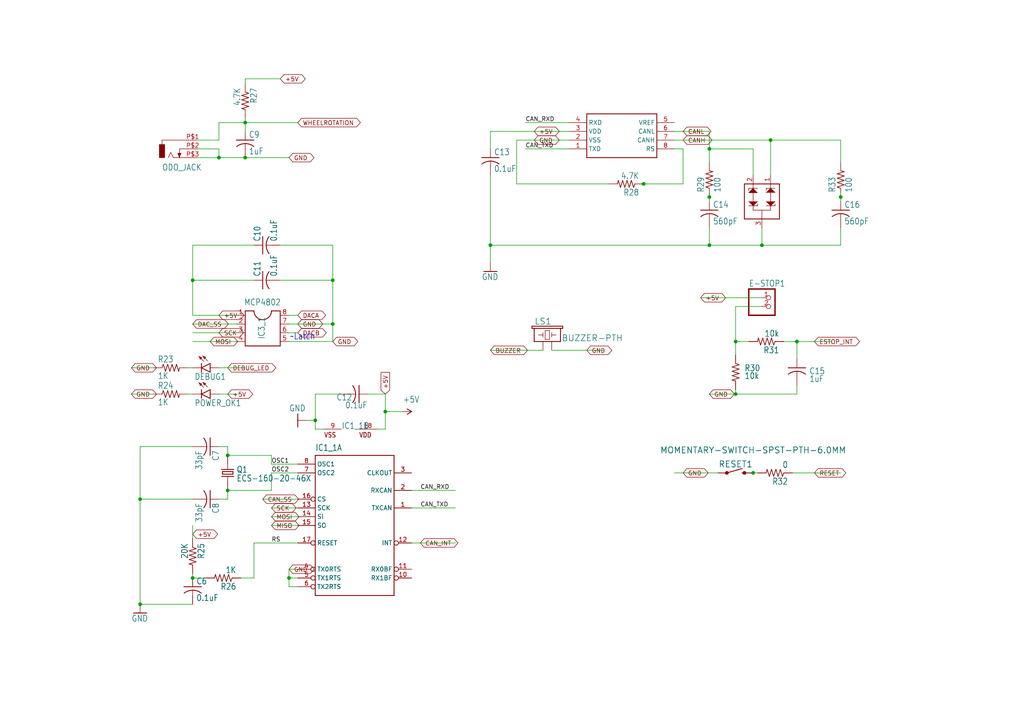
<source format=kicad_sch>
(kicad_sch (version 20230121) (generator eeschema)

  (uuid e0f2a888-92ad-41cd-a2c8-8cf39b62d324)

  (paper "A4")

  (lib_symbols
    (symbol "LowLevelv3_1-eagle-import:5V" (power) (in_bom yes) (on_board yes)
      (property "Reference" "#SUPPLY" (at 0 0 0)
        (effects (font (size 1.27 1.27)) hide)
      )
      (property "Value" "5V" (at -1.016 3.556 0)
        (effects (font (size 1.778 1.5113)) (justify left bottom))
      )
      (property "Footprint" "" (at 0 0 0)
        (effects (font (size 1.27 1.27)) hide)
      )
      (property "Datasheet" "" (at 0 0 0)
        (effects (font (size 1.27 1.27)) hide)
      )
      (property "ki_locked" "" (at 0 0 0)
        (effects (font (size 1.27 1.27)))
      )
      (symbol "5V_1_0"
        (polyline
          (pts
            (xy 0 2.54)
            (xy -0.762 1.27)
          )
          (stroke (width 0.254) (type solid))
          (fill (type none))
        )
        (polyline
          (pts
            (xy 0.762 1.27)
            (xy 0 2.54)
          )
          (stroke (width 0.254) (type solid))
          (fill (type none))
        )
        (pin power_in line (at 0 0 90) (length 2.54)
          (name "5V" (effects (font (size 0 0))))
          (number "1" (effects (font (size 0 0))))
        )
      )
    )
    (symbol "LowLevelv3_1-eagle-import:BUZZER-PTH" (in_bom yes) (on_board yes)
      (property "Reference" "LS" (at -2.54 4.826 0)
        (effects (font (size 1.778 1.778)) (justify left bottom))
      )
      (property "Value" "" (at 5.334 0 0)
        (effects (font (size 1.778 1.778)) (justify left bottom))
      )
      (property "Footprint" "LowLevelv3_1:BUZZER-12MM" (at 0 0 0)
        (effects (font (size 1.27 1.27)) hide)
      )
      (property "Datasheet" "" (at 0 0 0)
        (effects (font (size 1.27 1.27)) hide)
      )
      (property "ki_locked" "" (at 0 0 0)
        (effects (font (size 1.27 1.27)))
      )
      (symbol "BUZZER-PTH_1_0"
        (polyline
          (pts
            (xy -3.175 3.81)
            (xy -2.54 3.81)
          )
          (stroke (width 0.254) (type solid))
          (fill (type none))
        )
        (polyline
          (pts
            (xy -3.175 4.445)
            (xy -3.175 3.81)
          )
          (stroke (width 0.254) (type solid))
          (fill (type none))
        )
        (polyline
          (pts
            (xy -2.54 0)
            (xy 5.08 0)
          )
          (stroke (width 0.254) (type solid))
          (fill (type none))
        )
        (polyline
          (pts
            (xy -2.54 3.81)
            (xy -2.54 0)
          )
          (stroke (width 0.254) (type solid))
          (fill (type none))
        )
        (polyline
          (pts
            (xy -2.54 3.81)
            (xy 5.08 3.81)
          )
          (stroke (width 0.254) (type solid))
          (fill (type none))
        )
        (polyline
          (pts
            (xy -1.27 1.905)
            (xy 0 1.905)
          )
          (stroke (width 0.1524) (type solid))
          (fill (type none))
        )
        (polyline
          (pts
            (xy 0 1.905)
            (xy 0 1.27)
          )
          (stroke (width 0.1524) (type solid))
          (fill (type none))
        )
        (polyline
          (pts
            (xy 0 1.905)
            (xy 0 2.54)
          )
          (stroke (width 0.1524) (type solid))
          (fill (type none))
        )
        (polyline
          (pts
            (xy 0.635 0.635)
            (xy 1.905 0.635)
          )
          (stroke (width 0.1524) (type solid))
          (fill (type none))
        )
        (polyline
          (pts
            (xy 0.635 3.175)
            (xy 0.635 0.635)
          )
          (stroke (width 0.1524) (type solid))
          (fill (type none))
        )
        (polyline
          (pts
            (xy 1.905 0.635)
            (xy 1.905 3.175)
          )
          (stroke (width 0.1524) (type solid))
          (fill (type none))
        )
        (polyline
          (pts
            (xy 1.905 3.175)
            (xy 0.635 3.175)
          )
          (stroke (width 0.1524) (type solid))
          (fill (type none))
        )
        (polyline
          (pts
            (xy 2.54 1.905)
            (xy 2.54 1.27)
          )
          (stroke (width 0.1524) (type solid))
          (fill (type none))
        )
        (polyline
          (pts
            (xy 2.54 1.905)
            (xy 3.81 1.905)
          )
          (stroke (width 0.1524) (type solid))
          (fill (type none))
        )
        (polyline
          (pts
            (xy 2.54 2.54)
            (xy 2.54 1.905)
          )
          (stroke (width 0.1524) (type solid))
          (fill (type none))
        )
        (polyline
          (pts
            (xy 5.08 0)
            (xy 5.08 3.81)
          )
          (stroke (width 0.254) (type solid))
          (fill (type none))
        )
        (polyline
          (pts
            (xy 5.08 3.81)
            (xy 5.715 3.81)
          )
          (stroke (width 0.254) (type solid))
          (fill (type none))
        )
        (polyline
          (pts
            (xy 5.715 3.81)
            (xy 5.715 4.445)
          )
          (stroke (width 0.254) (type solid))
          (fill (type none))
        )
        (polyline
          (pts
            (xy 5.715 4.445)
            (xy -3.175 4.445)
          )
          (stroke (width 0.254) (type solid))
          (fill (type none))
        )
        (pin passive line (at 0 -2.54 90) (length 2.54)
          (name "1" (effects (font (size 0 0))))
          (number "+" (effects (font (size 0 0))))
        )
        (pin passive line (at 2.54 -2.54 90) (length 2.54)
          (name "2" (effects (font (size 0 0))))
          (number "-" (effects (font (size 0 0))))
        )
      )
    )
    (symbol "LowLevelv3_1-eagle-import:C-USC1206" (in_bom yes) (on_board yes)
      (property "Reference" "C" (at 1.016 0.635 0)
        (effects (font (size 1.778 1.5113)) (justify left bottom))
      )
      (property "Value" "" (at 1.016 -4.191 0)
        (effects (font (size 1.778 1.5113)) (justify left bottom))
      )
      (property "Footprint" "LowLevelv3_1:C1206" (at 0 0 0)
        (effects (font (size 1.27 1.27)) hide)
      )
      (property "Datasheet" "" (at 0 0 0)
        (effects (font (size 1.27 1.27)) hide)
      )
      (property "ki_locked" "" (at 0 0 0)
        (effects (font (size 1.27 1.27)))
      )
      (symbol "C-USC1206_1_0"
        (arc (start 0 -1.0161) (mid -1.302 -1.2303) (end -2.4668 -1.8504)
          (stroke (width 0.254) (type solid))
          (fill (type none))
        )
        (polyline
          (pts
            (xy -2.54 0)
            (xy 2.54 0)
          )
          (stroke (width 0.254) (type solid))
          (fill (type none))
        )
        (polyline
          (pts
            (xy 0 -1.016)
            (xy 0 -2.54)
          )
          (stroke (width 0.1524) (type solid))
          (fill (type none))
        )
        (arc (start 2.4892 -1.8541) (mid 1.3158 -1.2194) (end 0 -1)
          (stroke (width 0.254) (type solid))
          (fill (type none))
        )
        (pin passive line (at 0 2.54 270) (length 2.54)
          (name "1" (effects (font (size 0 0))))
          (number "1" (effects (font (size 0 0))))
        )
        (pin passive line (at 0 -5.08 90) (length 2.54)
          (name "2" (effects (font (size 0 0))))
          (number "2" (effects (font (size 0 0))))
        )
      )
    )
    (symbol "LowLevelv3_1-eagle-import:DIL8" (in_bom yes) (on_board yes)
      (property "Reference" "IC" (at -4.445 4.445 0)
        (effects (font (size 1.778 1.5113)) (justify left bottom))
      )
      (property "Value" "" (at -4.445 -8.89 0)
        (effects (font (size 1.778 1.5113)) (justify left bottom))
      )
      (property "Footprint" "LowLevelv3_1:DIL08" (at 0 0 0)
        (effects (font (size 1.27 1.27)) hide)
      )
      (property "Datasheet" "" (at 0 0 0)
        (effects (font (size 1.27 1.27)) hide)
      )
      (property "ki_locked" "" (at 0 0 0)
        (effects (font (size 1.27 1.27)))
      )
      (symbol "DIL8_1_0"
        (arc (start -2.54 3.81) (mid 0 1.281) (end 2.54 3.81)
          (stroke (width 0.254) (type solid))
          (fill (type none))
        )
        (polyline
          (pts
            (xy -5.08 -6.35)
            (xy 5.08 -6.35)
          )
          (stroke (width 0.254) (type solid))
          (fill (type none))
        )
        (polyline
          (pts
            (xy -5.08 3.81)
            (xy -5.08 -6.35)
          )
          (stroke (width 0.254) (type solid))
          (fill (type none))
        )
        (polyline
          (pts
            (xy -5.08 3.81)
            (xy -2.54 3.81)
          )
          (stroke (width 0.254) (type solid))
          (fill (type none))
        )
        (polyline
          (pts
            (xy 5.08 -6.35)
            (xy 5.08 3.81)
          )
          (stroke (width 0.254) (type solid))
          (fill (type none))
        )
        (polyline
          (pts
            (xy 5.08 3.81)
            (xy 2.54 3.81)
          )
          (stroke (width 0.254) (type solid))
          (fill (type none))
        )
        (pin passive line (at -7.62 2.54 0) (length 2.54)
          (name "1" (effects (font (size 0 0))))
          (number "1" (effects (font (size 1.27 1.27))))
        )
        (pin passive line (at -7.62 0 0) (length 2.54)
          (name "2" (effects (font (size 0 0))))
          (number "2" (effects (font (size 1.27 1.27))))
        )
        (pin passive line (at -7.62 -2.54 0) (length 2.54)
          (name "3" (effects (font (size 0 0))))
          (number "3" (effects (font (size 1.27 1.27))))
        )
        (pin passive line (at -7.62 -5.08 0) (length 2.54)
          (name "4" (effects (font (size 0 0))))
          (number "4" (effects (font (size 1.27 1.27))))
        )
        (pin passive line (at 7.62 -5.08 180) (length 2.54)
          (name "5" (effects (font (size 0 0))))
          (number "5" (effects (font (size 1.27 1.27))))
        )
        (pin passive line (at 7.62 -2.54 180) (length 2.54)
          (name "6" (effects (font (size 0 0))))
          (number "6" (effects (font (size 1.27 1.27))))
        )
        (pin passive line (at 7.62 0 180) (length 2.54)
          (name "7" (effects (font (size 0 0))))
          (number "7" (effects (font (size 1.27 1.27))))
        )
        (pin passive line (at 7.62 2.54 180) (length 2.54)
          (name "8" (effects (font (size 0 0))))
          (number "8" (effects (font (size 1.27 1.27))))
        )
      )
    )
    (symbol "LowLevelv3_1-eagle-import:ECS-160-20-46X" (in_bom yes) (on_board yes)
      (property "Reference" "Y" (at -5.0925 2.5462 0)
        (effects (font (size 1.7823 1.5149)) (justify left bottom))
      )
      (property "Value" "" (at -5.0891 -4.3257 0)
        (effects (font (size 1.7812 1.514)) (justify left bottom))
      )
      (property "Footprint" "LowLevelv3_1:XTAL_ECS-160-20-46X" (at 0 0 0)
        (effects (font (size 1.27 1.27)) hide)
      )
      (property "Datasheet" "" (at 0 0 0)
        (effects (font (size 1.27 1.27)) hide)
      )
      (property "ki_locked" "" (at 0 0 0)
        (effects (font (size 1.27 1.27)))
      )
      (symbol "ECS-160-20-46X_1_0"
        (polyline
          (pts
            (xy -2.54 0)
            (xy -1.016 0)
          )
          (stroke (width 0.1524) (type solid))
          (fill (type none))
        )
        (polyline
          (pts
            (xy -1.016 1.778)
            (xy -1.016 -1.778)
          )
          (stroke (width 0.254) (type solid))
          (fill (type none))
        )
        (polyline
          (pts
            (xy -0.381 -1.524)
            (xy 0.381 -1.524)
          )
          (stroke (width 0.254) (type solid))
          (fill (type none))
        )
        (polyline
          (pts
            (xy -0.381 1.524)
            (xy -0.381 -1.524)
          )
          (stroke (width 0.254) (type solid))
          (fill (type none))
        )
        (polyline
          (pts
            (xy 0.381 -1.524)
            (xy 0.381 1.524)
          )
          (stroke (width 0.254) (type solid))
          (fill (type none))
        )
        (polyline
          (pts
            (xy 0.381 1.524)
            (xy -0.381 1.524)
          )
          (stroke (width 0.254) (type solid))
          (fill (type none))
        )
        (polyline
          (pts
            (xy 1.016 0)
            (xy 2.54 0)
          )
          (stroke (width 0.1524) (type solid))
          (fill (type none))
        )
        (polyline
          (pts
            (xy 1.016 1.778)
            (xy 1.016 -1.778)
          )
          (stroke (width 0.254) (type solid))
          (fill (type none))
        )
        (pin passive line (at -5.08 0 0) (length 2.54)
          (name "1" (effects (font (size 0 0))))
          (number "1" (effects (font (size 0 0))))
        )
        (pin passive line (at 5.08 0 180) (length 2.54)
          (name "2" (effects (font (size 0 0))))
          (number "2" (effects (font (size 0 0))))
        )
      )
    )
    (symbol "LowLevelv3_1-eagle-import:GND" (power) (in_bom yes) (on_board yes)
      (property "Reference" "#GND" (at 0 0 0)
        (effects (font (size 1.27 1.27)) hide)
      )
      (property "Value" "GND" (at -2.54 -2.54 0)
        (effects (font (size 1.778 1.5113)) (justify left bottom))
      )
      (property "Footprint" "" (at 0 0 0)
        (effects (font (size 1.27 1.27)) hide)
      )
      (property "Datasheet" "" (at 0 0 0)
        (effects (font (size 1.27 1.27)) hide)
      )
      (property "ki_locked" "" (at 0 0 0)
        (effects (font (size 1.27 1.27)))
      )
      (symbol "GND_1_0"
        (polyline
          (pts
            (xy -1.905 0)
            (xy 1.905 0)
          )
          (stroke (width 0.254) (type solid))
          (fill (type none))
        )
        (pin power_in line (at 0 2.54 270) (length 2.54)
          (name "GND" (effects (font (size 0 0))))
          (number "1" (effects (font (size 0 0))))
        )
      )
    )
    (symbol "LowLevelv3_1-eagle-import:LED3MM" (in_bom yes) (on_board yes)
      (property "Reference" "LED" (at 3.556 -4.572 90)
        (effects (font (size 1.778 1.5113)) (justify left bottom))
      )
      (property "Value" "" (at 5.715 -4.572 90)
        (effects (font (size 1.778 1.5113)) (justify left bottom))
      )
      (property "Footprint" "LowLevelv3_1:LED3MM" (at 0 0 0)
        (effects (font (size 1.27 1.27)) hide)
      )
      (property "Datasheet" "" (at 0 0 0)
        (effects (font (size 1.27 1.27)) hide)
      )
      (property "ki_locked" "" (at 0 0 0)
        (effects (font (size 1.27 1.27)))
      )
      (symbol "LED3MM_1_0"
        (polyline
          (pts
            (xy -2.032 -0.762)
            (xy -3.429 -2.159)
          )
          (stroke (width 0.1524) (type solid))
          (fill (type none))
        )
        (polyline
          (pts
            (xy -1.905 -1.905)
            (xy -3.302 -3.302)
          )
          (stroke (width 0.1524) (type solid))
          (fill (type none))
        )
        (polyline
          (pts
            (xy 0 -2.54)
            (xy -1.27 -2.54)
          )
          (stroke (width 0.254) (type solid))
          (fill (type none))
        )
        (polyline
          (pts
            (xy 0 -2.54)
            (xy -1.27 0)
          )
          (stroke (width 0.254) (type solid))
          (fill (type none))
        )
        (polyline
          (pts
            (xy 0 0)
            (xy -1.27 0)
          )
          (stroke (width 0.254) (type solid))
          (fill (type none))
        )
        (polyline
          (pts
            (xy 1.27 -2.54)
            (xy 0 -2.54)
          )
          (stroke (width 0.254) (type solid))
          (fill (type none))
        )
        (polyline
          (pts
            (xy 1.27 0)
            (xy 0 -2.54)
          )
          (stroke (width 0.254) (type solid))
          (fill (type none))
        )
        (polyline
          (pts
            (xy 1.27 0)
            (xy 0 0)
          )
          (stroke (width 0.254) (type solid))
          (fill (type none))
        )
        (polyline
          (pts
            (xy -3.429 -2.159)
            (xy -3.048 -1.27)
            (xy -2.54 -1.778)
          )
          (stroke (width 0.1524) (type solid))
          (fill (type outline))
        )
        (polyline
          (pts
            (xy -3.302 -3.302)
            (xy -2.921 -2.413)
            (xy -2.413 -2.921)
          )
          (stroke (width 0.1524) (type solid))
          (fill (type outline))
        )
        (pin passive line (at 0 2.54 270) (length 2.54)
          (name "A" (effects (font (size 0 0))))
          (number "A" (effects (font (size 0 0))))
        )
        (pin passive line (at 0 -5.08 90) (length 2.54)
          (name "C" (effects (font (size 0 0))))
          (number "K" (effects (font (size 0 0))))
        )
      )
    )
    (symbol "LowLevelv3_1-eagle-import:MCP2515(MCP2510)P" (in_bom yes) (on_board yes)
      (property "Reference" "U" (at -2.54 0 0)
        (effects (font (size 1.778 1.5113)) (justify left bottom))
      )
      (property "Value" "" (at -10.16 -29.21 0)
        (effects (font (size 1.778 1.5113)) (justify left bottom) hide)
      )
      (property "Footprint" "LowLevelv3_1:DIP18" (at 0 0 0)
        (effects (font (size 1.27 1.27)) hide)
      )
      (property "Datasheet" "" (at 0 0 0)
        (effects (font (size 1.27 1.27)) hide)
      )
      (property "ki_locked" "" (at 0 0 0)
        (effects (font (size 1.27 1.27)))
      )
      (symbol "MCP2515(MCP2510)P_1_0"
        (polyline
          (pts
            (xy -10.16 -25.4)
            (xy -10.16 15.24)
          )
          (stroke (width 0.254) (type solid))
          (fill (type none))
        )
        (polyline
          (pts
            (xy -10.16 15.24)
            (xy 12.7 15.24)
          )
          (stroke (width 0.254) (type solid))
          (fill (type none))
        )
        (polyline
          (pts
            (xy 12.7 -25.4)
            (xy -10.16 -25.4)
          )
          (stroke (width 0.254) (type solid))
          (fill (type none))
        )
        (polyline
          (pts
            (xy 12.7 15.24)
            (xy 12.7 -25.4)
          )
          (stroke (width 0.254) (type solid))
          (fill (type none))
        )
        (pin output line (at 17.78 0 180) (length 5.08)
          (name "TXCAN" (effects (font (size 1.27 1.27))))
          (number "1" (effects (font (size 1.27 1.27))))
        )
        (pin output inverted (at 17.78 -20.32 180) (length 5.08)
          (name "RX1BF" (effects (font (size 1.27 1.27))))
          (number "10" (effects (font (size 1.27 1.27))))
        )
        (pin output inverted (at 17.78 -17.78 180) (length 5.08)
          (name "RX0BF" (effects (font (size 1.27 1.27))))
          (number "11" (effects (font (size 1.27 1.27))))
        )
        (pin output inverted (at 17.78 -10.16 180) (length 5.08)
          (name "INT" (effects (font (size 1.27 1.27))))
          (number "12" (effects (font (size 1.27 1.27))))
        )
        (pin input line (at -15.24 0 0) (length 5.08)
          (name "SCK" (effects (font (size 1.27 1.27))))
          (number "13" (effects (font (size 1.27 1.27))))
        )
        (pin input line (at -15.24 -2.54 0) (length 5.08)
          (name "SI" (effects (font (size 1.27 1.27))))
          (number "14" (effects (font (size 1.27 1.27))))
        )
        (pin output line (at -15.24 -5.08 0) (length 5.08)
          (name "SO" (effects (font (size 1.27 1.27))))
          (number "15" (effects (font (size 1.27 1.27))))
        )
        (pin input inverted (at -15.24 2.54 0) (length 5.08)
          (name "CS" (effects (font (size 1.27 1.27))))
          (number "16" (effects (font (size 1.27 1.27))))
        )
        (pin input inverted (at -15.24 -10.16 0) (length 5.08)
          (name "RESET" (effects (font (size 1.27 1.27))))
          (number "17" (effects (font (size 1.27 1.27))))
        )
        (pin input line (at 17.78 5.08 180) (length 5.08)
          (name "RXCAN" (effects (font (size 1.27 1.27))))
          (number "2" (effects (font (size 1.27 1.27))))
        )
        (pin output line (at 17.78 10.16 180) (length 5.08)
          (name "CLKOUT" (effects (font (size 1.27 1.27))))
          (number "3" (effects (font (size 1.27 1.27))))
        )
        (pin input inverted (at -15.24 -17.78 0) (length 5.08)
          (name "TX0RTS" (effects (font (size 1.27 1.27))))
          (number "4" (effects (font (size 1.27 1.27))))
        )
        (pin input inverted (at -15.24 -20.32 0) (length 5.08)
          (name "TX1RTS" (effects (font (size 1.27 1.27))))
          (number "5" (effects (font (size 1.27 1.27))))
        )
        (pin input inverted (at -15.24 -22.86 0) (length 5.08)
          (name "TX2RTS" (effects (font (size 1.27 1.27))))
          (number "6" (effects (font (size 1.27 1.27))))
        )
        (pin output line (at -15.24 10.16 0) (length 5.08)
          (name "OSC2" (effects (font (size 1.27 1.27))))
          (number "7" (effects (font (size 1.27 1.27))))
        )
        (pin input line (at -15.24 12.7 0) (length 5.08)
          (name "OSC1" (effects (font (size 1.27 1.27))))
          (number "8" (effects (font (size 1.27 1.27))))
        )
      )
      (symbol "MCP2515(MCP2510)P_2_0"
        (text "VDD" (at 2.54 2.54 900)
          (effects (font (size 1.4224 1.209)) (justify left bottom))
        )
        (text "VDD" (at 2.54 2.54 900)
          (effects (font (size 1.4224 1.209)) (justify left bottom))
        )
        (text "VSS" (at 2.54 -7.62 900)
          (effects (font (size 1.4224 1.209)) (justify left bottom))
        )
        (text "VSS" (at 2.54 -7.62 900)
          (effects (font (size 1.4224 1.209)) (justify left bottom))
        )
        (pin power_in line (at 0 7.62 270) (length 5.08)
          (name "VDD" (effects (font (size 0 0))))
          (number "18" (effects (font (size 1.27 1.27))))
        )
        (pin power_in line (at 0 -7.62 90) (length 5.08)
          (name "VSS" (effects (font (size 0 0))))
          (number "9" (effects (font (size 1.27 1.27))))
        )
      )
    )
    (symbol "LowLevelv3_1-eagle-import:MCP2551DIL08" (in_bom yes) (on_board yes)
      (property "Reference" "U" (at -4.445 10.795 0)
        (effects (font (size 1.778 1.5113)) (justify left bottom) hide)
      )
      (property "Value" "" (at -4.445 -5.08 0)
        (effects (font (size 1.778 1.5113)) (justify left bottom) hide)
      )
      (property "Footprint" "LowLevelv3_1:IC-PACKAGE_DIL08" (at 0 0 0)
        (effects (font (size 1.27 1.27)) hide)
      )
      (property "Datasheet" "" (at 0 0 0)
        (effects (font (size 1.27 1.27)) hide)
      )
      (property "ki_locked" "" (at 0 0 0)
        (effects (font (size 1.27 1.27)))
      )
      (symbol "MCP2551DIL08_1_0"
        (polyline
          (pts
            (xy -5.08 -2.54)
            (xy 15.24 -2.54)
          )
          (stroke (width 0.254) (type solid))
          (fill (type none))
        )
        (polyline
          (pts
            (xy -5.08 10.16)
            (xy -5.08 -2.54)
          )
          (stroke (width 0.254) (type solid))
          (fill (type none))
        )
        (polyline
          (pts
            (xy 15.24 -2.54)
            (xy 15.24 10.16)
          )
          (stroke (width 0.254) (type solid))
          (fill (type none))
        )
        (polyline
          (pts
            (xy 15.24 10.16)
            (xy -5.08 10.16)
          )
          (stroke (width 0.254) (type solid))
          (fill (type none))
        )
        (pin bidirectional line (at -10.16 7.62 0) (length 5.08)
          (name "TXD" (effects (font (size 1.27 1.27))))
          (number "1" (effects (font (size 1.27 1.27))))
        )
        (pin bidirectional line (at -10.16 5.08 0) (length 5.08)
          (name "VSS" (effects (font (size 1.27 1.27))))
          (number "2" (effects (font (size 1.27 1.27))))
        )
        (pin bidirectional line (at -10.16 2.54 0) (length 5.08)
          (name "VDD" (effects (font (size 1.27 1.27))))
          (number "3" (effects (font (size 1.27 1.27))))
        )
        (pin bidirectional line (at -10.16 0 0) (length 5.08)
          (name "RXD" (effects (font (size 1.27 1.27))))
          (number "4" (effects (font (size 1.27 1.27))))
        )
        (pin bidirectional line (at 20.32 0 180) (length 5.08)
          (name "VREF" (effects (font (size 1.27 1.27))))
          (number "5" (effects (font (size 1.27 1.27))))
        )
        (pin bidirectional line (at 20.32 2.54 180) (length 5.08)
          (name "CANL" (effects (font (size 1.27 1.27))))
          (number "6" (effects (font (size 1.27 1.27))))
        )
        (pin bidirectional line (at 20.32 5.08 180) (length 5.08)
          (name "CANH" (effects (font (size 1.27 1.27))))
          (number "7" (effects (font (size 1.27 1.27))))
        )
        (pin bidirectional line (at 20.32 7.62 180) (length 5.08)
          (name "RS" (effects (font (size 1.27 1.27))))
          (number "8" (effects (font (size 1.27 1.27))))
        )
      )
    )
    (symbol "LowLevelv3_1-eagle-import:MOMENTARY-SWITCH-SPST-PTH-6.0MM" (in_bom yes) (on_board yes)
      (property "Reference" "S" (at 0 1.524 0)
        (effects (font (size 1.778 1.778)) (justify bottom))
      )
      (property "Value" "" (at 0 -0.508 0)
        (effects (font (size 1.778 1.778)) (justify top))
      )
      (property "Footprint" "LowLevelv3_1:TACTILE_SWITCH_PTH_6.0MM" (at 0 0 0)
        (effects (font (size 1.27 1.27)) hide)
      )
      (property "Datasheet" "" (at 0 0 0)
        (effects (font (size 1.27 1.27)) hide)
      )
      (property "ki_locked" "" (at 0 0 0)
        (effects (font (size 1.27 1.27)))
      )
      (symbol "MOMENTARY-SWITCH-SPST-PTH-6.0MM_1_0"
        (circle (center -2.54 0) (radius 0.127)
          (stroke (width 0.4064) (type solid))
          (fill (type none))
        )
        (polyline
          (pts
            (xy -2.54 0)
            (xy 1.905 1.27)
          )
          (stroke (width 0.254) (type solid))
          (fill (type none))
        )
        (polyline
          (pts
            (xy 1.905 0)
            (xy 2.54 0)
          )
          (stroke (width 0.254) (type solid))
          (fill (type none))
        )
        (circle (center 2.54 0) (radius 0.127)
          (stroke (width 0.4064) (type solid))
          (fill (type none))
        )
        (pin passive line (at -5.08 0 0) (length 2.54)
          (name "1" (effects (font (size 0 0))))
          (number "1" (effects (font (size 0 0))))
        )
        (pin passive line (at 5.08 0 180) (length 2.54)
          (name "2" (effects (font (size 0 0))))
          (number "3" (effects (font (size 0 0))))
        )
      )
    )
    (symbol "LowLevelv3_1-eagle-import:ODO_JACK" (in_bom yes) (on_board yes)
      (property "Reference" "" (at -2.54 3.81 0)
        (effects (font (size 1.778 1.5113)) (justify left bottom) hide)
      )
      (property "Value" "" (at -2.54 -6.35 0)
        (effects (font (size 1.778 1.5113)) (justify left bottom))
      )
      (property "Footprint" "LowLevelv3_1:ODO_JACK" (at 0 0 0)
        (effects (font (size 1.27 1.27)) hide)
      )
      (property "Datasheet" "" (at 0 0 0)
        (effects (font (size 1.27 1.27)) hide)
      )
      (property "ki_locked" "" (at 0 0 0)
        (effects (font (size 1.27 1.27)))
      )
      (symbol "ODO_JACK_1_0"
        (rectangle (start -3.302 -2.54) (end -1.778 1.27)
          (stroke (width 0) (type default))
          (fill (type outline))
        )
        (polyline
          (pts
            (xy -2.54 2.54)
            (xy -2.54 1.27)
          )
          (stroke (width 0.1524) (type solid))
          (fill (type none))
        )
        (polyline
          (pts
            (xy 0 -1.016)
            (xy -0.762 -2.54)
          )
          (stroke (width 0.1524) (type solid))
          (fill (type none))
        )
        (polyline
          (pts
            (xy 0.762 -2.54)
            (xy 0 -1.016)
          )
          (stroke (width 0.1524) (type solid))
          (fill (type none))
        )
        (polyline
          (pts
            (xy 2.54 -2.54)
            (xy 0.762 -2.54)
          )
          (stroke (width 0.1524) (type solid))
          (fill (type none))
        )
        (polyline
          (pts
            (xy 2.54 0)
            (xy 2.54 -2.54)
          )
          (stroke (width 0.1524) (type solid))
          (fill (type none))
        )
        (polyline
          (pts
            (xy 5.08 -2.54)
            (xy 2.54 -2.54)
          )
          (stroke (width 0.1524) (type solid))
          (fill (type none))
        )
        (polyline
          (pts
            (xy 5.08 0)
            (xy 2.54 0)
          )
          (stroke (width 0.1524) (type solid))
          (fill (type none))
        )
        (polyline
          (pts
            (xy 5.08 2.54)
            (xy -2.54 2.54)
          )
          (stroke (width 0.1524) (type solid))
          (fill (type none))
        )
        (polyline
          (pts
            (xy 2.54 -2.54)
            (xy 2.032 -1.27)
            (xy 3.048 -1.27)
          )
          (stroke (width 0.1524) (type solid))
          (fill (type outline))
        )
        (pin passive line (at 7.62 2.54 180) (length 2.54)
          (name "1" (effects (font (size 0 0))))
          (number "P$1" (effects (font (size 1.27 1.27))))
        )
        (pin passive line (at 7.62 0 180) (length 2.54)
          (name "2" (effects (font (size 0 0))))
          (number "P$2" (effects (font (size 1.27 1.27))))
        )
        (pin passive line (at 7.62 -2.54 180) (length 2.54)
          (name "3" (effects (font (size 0 0))))
          (number "P$3" (effects (font (size 1.27 1.27))))
        )
      )
    )
    (symbol "LowLevelv3_1-eagle-import:PESD1CAN" (in_bom yes) (on_board yes)
      (property "Reference" "D" (at -5.08 5.334 0)
        (effects (font (size 1.778 1.778)) (justify left bottom) hide)
      )
      (property "Value" "" (at -5.08 -5.334 0)
        (effects (font (size 1.778 1.778)) (justify left bottom) hide)
      )
      (property "Footprint" "LowLevelv3_1:SPARKFUN-DISCRETESEMI_SOT23-3" (at 0 0 0)
        (effects (font (size 1.27 1.27)) hide)
      )
      (property "Datasheet" "" (at 0 0 0)
        (effects (font (size 1.27 1.27)) hide)
      )
      (property "ki_locked" "" (at 0 0 0)
        (effects (font (size 1.27 1.27)))
      )
      (symbol "PESD1CAN_1_0"
        (polyline
          (pts
            (xy -5.08 -5.08)
            (xy 5.08 -5.08)
          )
          (stroke (width 0.254) (type solid))
          (fill (type none))
        )
        (polyline
          (pts
            (xy -5.08 -2.54)
            (xy -5.08 -5.08)
          )
          (stroke (width 0.254) (type solid))
          (fill (type none))
        )
        (polyline
          (pts
            (xy -5.08 -2.54)
            (xy -3.81 -2.54)
          )
          (stroke (width 0.1524) (type solid))
          (fill (type none))
        )
        (polyline
          (pts
            (xy -5.08 2.54)
            (xy -5.08 -2.54)
          )
          (stroke (width 0.254) (type solid))
          (fill (type none))
        )
        (polyline
          (pts
            (xy -5.08 2.54)
            (xy -3.81 2.54)
          )
          (stroke (width 0.1524) (type solid))
          (fill (type none))
        )
        (polyline
          (pts
            (xy -5.08 5.08)
            (xy -5.08 2.54)
          )
          (stroke (width 0.254) (type solid))
          (fill (type none))
        )
        (polyline
          (pts
            (xy -3.81 -3.81)
            (xy -3.175 -3.81)
          )
          (stroke (width 0.1524) (type solid))
          (fill (type none))
        )
        (polyline
          (pts
            (xy -3.81 -2.54)
            (xy -3.81 -3.81)
          )
          (stroke (width 0.1524) (type solid))
          (fill (type none))
        )
        (polyline
          (pts
            (xy -3.81 -2.54)
            (xy 1.27 -2.54)
          )
          (stroke (width 0.1524) (type solid))
          (fill (type none))
        )
        (polyline
          (pts
            (xy -3.81 -1.27)
            (xy -3.81 -2.54)
          )
          (stroke (width 0.1524) (type solid))
          (fill (type none))
        )
        (polyline
          (pts
            (xy -3.81 1.27)
            (xy -3.175 1.27)
          )
          (stroke (width 0.1524) (type solid))
          (fill (type none))
        )
        (polyline
          (pts
            (xy -3.81 2.54)
            (xy -3.81 1.27)
          )
          (stroke (width 0.1524) (type solid))
          (fill (type none))
        )
        (polyline
          (pts
            (xy -3.81 2.54)
            (xy 1.27 2.54)
          )
          (stroke (width 0.1524) (type solid))
          (fill (type none))
        )
        (polyline
          (pts
            (xy -3.81 3.81)
            (xy -3.81 2.54)
          )
          (stroke (width 0.1524) (type solid))
          (fill (type none))
        )
        (polyline
          (pts
            (xy 1.27 -3.81)
            (xy 1.27 -2.54)
          )
          (stroke (width 0.1524) (type solid))
          (fill (type none))
        )
        (polyline
          (pts
            (xy 1.27 -2.54)
            (xy 1.27 -1.27)
          )
          (stroke (width 0.1524) (type solid))
          (fill (type none))
        )
        (polyline
          (pts
            (xy 1.27 -2.54)
            (xy 2.54 -2.54)
          )
          (stroke (width 0.1524) (type solid))
          (fill (type none))
        )
        (polyline
          (pts
            (xy 1.27 -1.27)
            (xy 0.635 -1.27)
          )
          (stroke (width 0.1524) (type solid))
          (fill (type none))
        )
        (polyline
          (pts
            (xy 1.27 1.27)
            (xy 1.27 2.54)
          )
          (stroke (width 0.1524) (type solid))
          (fill (type none))
        )
        (polyline
          (pts
            (xy 1.27 2.54)
            (xy 1.27 3.81)
          )
          (stroke (width 0.1524) (type solid))
          (fill (type none))
        )
        (polyline
          (pts
            (xy 1.27 2.54)
            (xy 2.54 2.54)
          )
          (stroke (width 0.1524) (type solid))
          (fill (type none))
        )
        (polyline
          (pts
            (xy 1.27 3.81)
            (xy 0.635 3.81)
          )
          (stroke (width 0.1524) (type solid))
          (fill (type none))
        )
        (polyline
          (pts
            (xy 2.54 0)
            (xy 2.54 -2.54)
          )
          (stroke (width 0.1524) (type solid))
          (fill (type none))
        )
        (polyline
          (pts
            (xy 2.54 0)
            (xy 5.08 0)
          )
          (stroke (width 0.1524) (type solid))
          (fill (type none))
        )
        (polyline
          (pts
            (xy 2.54 2.54)
            (xy 2.54 0)
          )
          (stroke (width 0.1524) (type solid))
          (fill (type none))
        )
        (polyline
          (pts
            (xy 5.08 -5.08)
            (xy 5.08 0)
          )
          (stroke (width 0.254) (type solid))
          (fill (type none))
        )
        (polyline
          (pts
            (xy 5.08 0)
            (xy 5.08 5.08)
          )
          (stroke (width 0.254) (type solid))
          (fill (type none))
        )
        (polyline
          (pts
            (xy 5.08 5.08)
            (xy -5.08 5.08)
          )
          (stroke (width 0.254) (type solid))
          (fill (type none))
        )
        (polyline
          (pts
            (xy -2.54 -1.27)
            (xy -2.54 -3.81)
            (xy -3.81 -2.54)
          )
          (stroke (width 0.1524) (type solid))
          (fill (type outline))
        )
        (polyline
          (pts
            (xy -2.54 3.81)
            (xy -3.81 2.54)
            (xy -2.54 1.27)
          )
          (stroke (width 0.1524) (type solid))
          (fill (type outline))
        )
        (polyline
          (pts
            (xy 0 -1.27)
            (xy 1.27 -2.54)
            (xy 0 -3.81)
          )
          (stroke (width 0.1524) (type solid))
          (fill (type outline))
        )
        (polyline
          (pts
            (xy 0 3.81)
            (xy 1.27 2.54)
            (xy 0 1.27)
          )
          (stroke (width 0.1524) (type solid))
          (fill (type outline))
        )
        (pin bidirectional line (at -7.62 2.54 0) (length 2.54)
          (name "1" (effects (font (size 0 0))))
          (number "1" (effects (font (size 1.27 1.27))))
        )
        (pin bidirectional line (at -7.62 -2.54 0) (length 2.54)
          (name "2" (effects (font (size 0 0))))
          (number "2" (effects (font (size 1.27 1.27))))
        )
        (pin bidirectional line (at 7.62 0 180) (length 2.54)
          (name "3" (effects (font (size 0 0))))
          (number "3" (effects (font (size 1.27 1.27))))
        )
      )
    )
    (symbol "LowLevelv3_1-eagle-import:PINHD-1X2" (in_bom yes) (on_board yes)
      (property "Reference" "JP" (at -6.35 5.715 0)
        (effects (font (size 1.778 1.5113)) (justify left bottom))
      )
      (property "Value" "" (at -6.35 -5.08 0)
        (effects (font (size 1.778 1.5113)) (justify left bottom))
      )
      (property "Footprint" "LowLevelv3_1:1X02" (at 0 0 0)
        (effects (font (size 1.27 1.27)) hide)
      )
      (property "Datasheet" "" (at 0 0 0)
        (effects (font (size 1.27 1.27)) hide)
      )
      (property "ki_locked" "" (at 0 0 0)
        (effects (font (size 1.27 1.27)))
      )
      (symbol "PINHD-1X2_1_0"
        (polyline
          (pts
            (xy -6.35 -2.54)
            (xy 1.27 -2.54)
          )
          (stroke (width 0.4064) (type solid))
          (fill (type none))
        )
        (polyline
          (pts
            (xy -6.35 5.08)
            (xy -6.35 -2.54)
          )
          (stroke (width 0.4064) (type solid))
          (fill (type none))
        )
        (polyline
          (pts
            (xy 1.27 -2.54)
            (xy 1.27 5.08)
          )
          (stroke (width 0.4064) (type solid))
          (fill (type none))
        )
        (polyline
          (pts
            (xy 1.27 5.08)
            (xy -6.35 5.08)
          )
          (stroke (width 0.4064) (type solid))
          (fill (type none))
        )
        (pin passive inverted (at -2.54 2.54 0) (length 2.54)
          (name "1" (effects (font (size 0 0))))
          (number "1" (effects (font (size 1.27 1.27))))
        )
        (pin passive inverted (at -2.54 0 0) (length 2.54)
          (name "2" (effects (font (size 0 0))))
          (number "2" (effects (font (size 1.27 1.27))))
        )
      )
    )
    (symbol "LowLevelv3_1-eagle-import:R-US_R1206" (in_bom yes) (on_board yes)
      (property "Reference" "R" (at -3.81 1.4986 0)
        (effects (font (size 1.778 1.5113)) (justify left bottom))
      )
      (property "Value" "" (at -3.81 -3.302 0)
        (effects (font (size 1.778 1.5113)) (justify left bottom))
      )
      (property "Footprint" "LowLevelv3_1:R1206" (at 0 0 0)
        (effects (font (size 1.27 1.27)) hide)
      )
      (property "Datasheet" "" (at 0 0 0)
        (effects (font (size 1.27 1.27)) hide)
      )
      (property "ki_locked" "" (at 0 0 0)
        (effects (font (size 1.27 1.27)))
      )
      (symbol "R-US_R1206_1_0"
        (polyline
          (pts
            (xy -2.54 0)
            (xy -2.159 1.016)
          )
          (stroke (width 0.2032) (type solid))
          (fill (type none))
        )
        (polyline
          (pts
            (xy -2.159 1.016)
            (xy -1.524 -1.016)
          )
          (stroke (width 0.2032) (type solid))
          (fill (type none))
        )
        (polyline
          (pts
            (xy -1.524 -1.016)
            (xy -0.889 1.016)
          )
          (stroke (width 0.2032) (type solid))
          (fill (type none))
        )
        (polyline
          (pts
            (xy -0.889 1.016)
            (xy -0.254 -1.016)
          )
          (stroke (width 0.2032) (type solid))
          (fill (type none))
        )
        (polyline
          (pts
            (xy -0.254 -1.016)
            (xy 0.381 1.016)
          )
          (stroke (width 0.2032) (type solid))
          (fill (type none))
        )
        (polyline
          (pts
            (xy 0.381 1.016)
            (xy 1.016 -1.016)
          )
          (stroke (width 0.2032) (type solid))
          (fill (type none))
        )
        (polyline
          (pts
            (xy 1.016 -1.016)
            (xy 1.651 1.016)
          )
          (stroke (width 0.2032) (type solid))
          (fill (type none))
        )
        (polyline
          (pts
            (xy 1.651 1.016)
            (xy 2.286 -1.016)
          )
          (stroke (width 0.2032) (type solid))
          (fill (type none))
        )
        (polyline
          (pts
            (xy 2.286 -1.016)
            (xy 2.54 0)
          )
          (stroke (width 0.2032) (type solid))
          (fill (type none))
        )
        (pin passive line (at -5.08 0 0) (length 2.54)
          (name "1" (effects (font (size 0 0))))
          (number "1" (effects (font (size 0 0))))
        )
        (pin passive line (at 5.08 0 180) (length 2.54)
          (name "2" (effects (font (size 0 0))))
          (number "2" (effects (font (size 0 0))))
        )
      )
    )
  )

  (junction (at 40.64 175.26) (diameter 0) (color 0 0 0 0)
    (uuid 15c7f82a-b1ad-4e4e-88d1-269b97848368)
  )
  (junction (at 231.14 99.06) (diameter 0) (color 0 0 0 0)
    (uuid 19a6ff8d-a583-44cb-a47e-fddcdffd6a1d)
  )
  (junction (at 66.04 132.08) (diameter 0) (color 0 0 0 0)
    (uuid 2a410efd-dd9e-4cc7-918a-6aeaf98333a3)
  )
  (junction (at 223.52 40.64) (diameter 0) (color 0 0 0 0)
    (uuid 2ded698f-3295-4743-baf2-1cf1358528fc)
  )
  (junction (at 186.69 53.34) (diameter 0) (color 0 0 0 0)
    (uuid 3075577d-96ac-43c4-a083-963740e261dd)
  )
  (junction (at 111.76 119.38) (diameter 0) (color 0 0 0 0)
    (uuid 3db1848d-01be-4c41-afb5-88cb0cd7be38)
  )
  (junction (at 218.44 137.16) (diameter 0) (color 0 0 0 0)
    (uuid 41e14e9d-a89a-47dd-a889-b7c5d2a118cd)
  )
  (junction (at 213.36 99.06) (diameter 0) (color 0 0 0 0)
    (uuid 6070ebab-7166-4fc1-bb66-57eaea4e9dce)
  )
  (junction (at 91.44 121.92) (diameter 0) (color 0 0 0 0)
    (uuid 7115e09b-b997-4e18-ae66-ac423c5c3308)
  )
  (junction (at 63.5 45.72) (diameter 0) (color 0 0 0 0)
    (uuid 77223d43-aa23-4306-bcad-f2dfc90d72c0)
  )
  (junction (at 83.82 167.64) (diameter 0) (color 0 0 0 0)
    (uuid 81a33466-3cab-463b-af2b-e21bf1d15df4)
  )
  (junction (at 142.24 71.12) (diameter 0) (color 0 0 0 0)
    (uuid 8575e104-9482-4228-a2b5-b2aa2439ef5c)
  )
  (junction (at 71.12 45.72) (diameter 0) (color 0 0 0 0)
    (uuid 8d28a99d-a8c8-42ab-b2e9-e4fc5e5f3ce6)
  )
  (junction (at 96.52 81.28) (diameter 0) (color 0 0 0 0)
    (uuid 99c40d57-6235-4861-8979-b0be7dd132c5)
  )
  (junction (at 55.88 81.28) (diameter 0) (color 0 0 0 0)
    (uuid 9cebe4a6-5498-42e1-b97b-2731ae41ef98)
  )
  (junction (at 96.52 93.98) (diameter 0) (color 0 0 0 0)
    (uuid a52d410b-8ea1-43c7-b222-879e840e5263)
  )
  (junction (at 243.84 57.15) (diameter 0) (color 0 0 0 0)
    (uuid be809b49-62ac-4cb5-9226-e68583dc6063)
  )
  (junction (at 40.64 144.78) (diameter 0) (color 0 0 0 0)
    (uuid c86c37e0-b543-4501-83e7-6cde029d010f)
  )
  (junction (at 205.74 57.15) (diameter 0) (color 0 0 0 0)
    (uuid d316237f-79e2-4227-b106-2965cd91e76b)
  )
  (junction (at 66.04 142.24) (diameter 0) (color 0 0 0 0)
    (uuid dbb29d83-3bf6-4462-a33b-a1fc4d73b7b0)
  )
  (junction (at 205.74 43.18) (diameter 0) (color 0 0 0 0)
    (uuid dcd3c243-e4ff-40a2-9a8a-0f9ad8d903c4)
  )
  (junction (at 205.74 71.12) (diameter 0) (color 0 0 0 0)
    (uuid dde93546-b125-4c8d-966f-e93ecaa553a5)
  )
  (junction (at 71.12 35.56) (diameter 0) (color 0 0 0 0)
    (uuid e5b6caae-e87e-4371-8a8e-b653a0e771c6)
  )
  (junction (at 55.88 167.64) (diameter 0) (color 0 0 0 0)
    (uuid e9c8da21-ecf9-43b0-aec5-b11b759a2197)
  )
  (junction (at 220.98 71.12) (diameter 0) (color 0 0 0 0)
    (uuid f2e5da45-5659-41b3-be44-509d0db245b8)
  )
  (junction (at 213.36 114.3) (diameter 0) (color 0 0 0 0)
    (uuid f7be8a40-c77f-4d24-b977-749031489f60)
  )

  (wire (pts (xy 55.88 96.52) (xy 68.58 96.52))
    (stroke (width 0.1524) (type solid))
    (uuid 03ce51b8-2dd4-4595-bb7d-c10be9c652d1)
  )
  (wire (pts (xy 81.28 71.12) (xy 96.52 71.12))
    (stroke (width 0.1524) (type solid))
    (uuid 03f2c437-a93b-4e29-9e61-3e4f3788ddb2)
  )
  (wire (pts (xy 38.1 114.3) (xy 44.45 114.3))
    (stroke (width 0.1524) (type solid))
    (uuid 04bba6be-7a25-464e-9ce5-7e61901a1190)
  )
  (wire (pts (xy 198.12 43.18) (xy 195.58 43.18))
    (stroke (width 0.1524) (type solid))
    (uuid 04dd5165-b074-46ab-956d-c519fa758a87)
  )
  (wire (pts (xy 73.66 157.48) (xy 73.66 167.64))
    (stroke (width 0.1524) (type solid))
    (uuid 08ae1705-3e7c-47e2-a60c-8188c003075a)
  )
  (wire (pts (xy 83.82 91.44) (xy 86.36 91.44))
    (stroke (width 0.1524) (type solid))
    (uuid 0959fa48-4df7-4a6c-a021-60f1ae252eb5)
  )
  (wire (pts (xy 59.69 167.64) (xy 55.88 167.64))
    (stroke (width 0.1524) (type solid))
    (uuid 0cea70bb-7207-4d7f-b788-ba525f0f48d0)
  )
  (wire (pts (xy 63.5 45.72) (xy 57.15 45.72))
    (stroke (width 0.1524) (type solid))
    (uuid 0d51842e-631e-471f-a22e-1ad297fc2802)
  )
  (wire (pts (xy 88.9 121.92) (xy 91.44 121.92))
    (stroke (width 0.1524) (type solid))
    (uuid 0dafce44-9964-4425-9c2b-3d75f54fddc9)
  )
  (wire (pts (xy 160.02 101.6) (xy 175.26 101.6))
    (stroke (width 0.1524) (type solid))
    (uuid 0ea5e67e-6457-43e9-a695-e1ca165b8471)
  )
  (wire (pts (xy 96.52 99.06) (xy 96.52 93.98))
    (stroke (width 0.1524) (type solid))
    (uuid 108f665f-46a1-495e-a422-3d3b32ea00cc)
  )
  (wire (pts (xy 106.68 114.3) (xy 111.76 114.3))
    (stroke (width 0.1524) (type solid))
    (uuid 1446dc6b-f1b4-46a8-ae98-a62f76a9de6f)
  )
  (wire (pts (xy 83.82 167.64) (xy 83.82 170.18))
    (stroke (width 0.1524) (type solid))
    (uuid 14c235eb-faad-48f7-8f2c-9bbfa9c4474c)
  )
  (wire (pts (xy 83.82 96.52) (xy 86.36 96.52))
    (stroke (width 0.1524) (type solid))
    (uuid 17c2af1b-2b21-4c84-870d-6d708eb59431)
  )
  (wire (pts (xy 78.74 137.16) (xy 78.74 142.24))
    (stroke (width 0.1524) (type solid))
    (uuid 182ec4cd-b3c0-4d0d-b245-b2a32d59b6a7)
  )
  (wire (pts (xy 205.74 55.88) (xy 205.74 57.15))
    (stroke (width 0.1524) (type solid))
    (uuid 1b497f7a-ddaf-41d2-8a96-66df7a417cfd)
  )
  (wire (pts (xy 71.12 24.13) (xy 71.12 22.86))
    (stroke (width 0.1524) (type solid))
    (uuid 1f51d794-e174-4eea-b98c-4e221626e1b2)
  )
  (wire (pts (xy 86.36 152.4) (xy 78.74 152.4))
    (stroke (width 0.1524) (type solid))
    (uuid 1f5f3809-6a10-417f-b39b-595e1b575461)
  )
  (wire (pts (xy 205.74 66.04) (xy 205.74 71.12))
    (stroke (width 0.1524) (type solid))
    (uuid 21d52f02-a687-43b2-ac63-cbbf641a02e4)
  )
  (wire (pts (xy 40.64 175.26) (xy 40.64 144.78))
    (stroke (width 0.1524) (type solid))
    (uuid 22940780-7d69-4ae0-9f30-dcafe69fd0b7)
  )
  (wire (pts (xy 91.44 124.46) (xy 93.98 124.46))
    (stroke (width 0.1524) (type solid))
    (uuid 23eec5a9-73b8-4f5a-a90c-d35479699762)
  )
  (wire (pts (xy 71.12 45.72) (xy 83.82 45.72))
    (stroke (width 0.1524) (type solid))
    (uuid 24370f42-2a08-4f7e-8be8-8c66c2b5b469)
  )
  (wire (pts (xy 213.36 99.06) (xy 217.17 99.06))
    (stroke (width 0.1524) (type solid))
    (uuid 250c6520-5175-4d24-baa4-a7ad237605d6)
  )
  (wire (pts (xy 63.5 40.64) (xy 63.5 35.56))
    (stroke (width 0.1524) (type solid))
    (uuid 25a246f5-4480-4adc-a5e5-c3d019342b5c)
  )
  (wire (pts (xy 40.64 129.54) (xy 40.64 144.78))
    (stroke (width 0.1524) (type solid))
    (uuid 2685309c-52cf-4bee-a0ab-3e92cf35b608)
  )
  (wire (pts (xy 86.36 147.32) (xy 78.74 147.32))
    (stroke (width 0.1524) (type solid))
    (uuid 28b84b7c-fe09-463a-9138-b8e8e2b3ade5)
  )
  (wire (pts (xy 63.5 144.78) (xy 66.04 144.78))
    (stroke (width 0.1524) (type solid))
    (uuid 28c30a43-9da2-41b7-a7d0-f45de57b037f)
  )
  (wire (pts (xy 229.87 137.16) (xy 243.84 137.16))
    (stroke (width 0.1524) (type solid))
    (uuid 290f5876-cba7-43c1-84f8-30e934c9a81c)
  )
  (wire (pts (xy 96.52 71.12) (xy 96.52 81.28))
    (stroke (width 0.1524) (type solid))
    (uuid 2df44caf-c503-41ce-a960-fd41d56f2bd5)
  )
  (wire (pts (xy 205.74 46.99) (xy 205.74 43.18))
    (stroke (width 0.1524) (type solid))
    (uuid 2ed55899-8043-4fef-bf16-499233a914e3)
  )
  (wire (pts (xy 55.88 156.21) (xy 55.88 152.4))
    (stroke (width 0.1524) (type solid))
    (uuid 30b7fda4-586e-45c8-b577-614a73107b41)
  )
  (wire (pts (xy 231.14 114.3) (xy 231.14 111.76))
    (stroke (width 0.1524) (type solid))
    (uuid 31255df4-b3bf-4e49-94b5-9435447bdd81)
  )
  (wire (pts (xy 220.98 71.12) (xy 243.84 71.12))
    (stroke (width 0.1524) (type solid))
    (uuid 3368318f-0974-4a4a-a660-1e3e0a9931bf)
  )
  (wire (pts (xy 243.84 66.04) (xy 243.84 71.12))
    (stroke (width 0.1524) (type solid))
    (uuid 3514b0d5-50c4-424e-b0b3-db31b6ea6d83)
  )
  (wire (pts (xy 218.44 43.18) (xy 218.44 50.8))
    (stroke (width 0.1524) (type solid))
    (uuid 3a2c7854-e47b-4dbc-ad59-2ef8abf1cc3b)
  )
  (wire (pts (xy 55.88 91.44) (xy 68.58 91.44))
    (stroke (width 0.1524) (type solid))
    (uuid 3a92ccc1-4169-456b-945a-0bf5b2eb68cc)
  )
  (wire (pts (xy 243.84 57.15) (xy 243.84 58.42))
    (stroke (width 0.1524) (type solid))
    (uuid 3dcbcf76-acbc-4a64-9765-6e2c50f04745)
  )
  (wire (pts (xy 119.38 147.32) (xy 132.08 147.32))
    (stroke (width 0.1524) (type solid))
    (uuid 44433e1a-1ce0-4b70-ab27-64c73def24c8)
  )
  (wire (pts (xy 55.88 167.64) (xy 55.88 166.37))
    (stroke (width 0.1524) (type solid))
    (uuid 45da069e-40c6-4df4-a5c6-5a83b89008c8)
  )
  (wire (pts (xy 78.74 142.24) (xy 66.04 142.24))
    (stroke (width 0.1524) (type solid))
    (uuid 463d2284-3cbf-444e-a58e-989290671ed8)
  )
  (wire (pts (xy 73.66 71.12) (xy 55.88 71.12))
    (stroke (width 0.1524) (type solid))
    (uuid 4681b51b-7c74-4d7f-a5da-23552157a7c8)
  )
  (wire (pts (xy 111.76 119.38) (xy 111.76 124.46))
    (stroke (width 0.1524) (type solid))
    (uuid 482fb0fc-0dd5-4fa9-a04f-f99a922cc5fe)
  )
  (wire (pts (xy 63.5 35.56) (xy 71.12 35.56))
    (stroke (width 0.1524) (type solid))
    (uuid 4872c9d1-5702-4560-9d50-63bb8eeb68f3)
  )
  (wire (pts (xy 86.36 35.56) (xy 71.12 35.56))
    (stroke (width 0.1524) (type solid))
    (uuid 49ded66a-7206-4bb3-8e22-fc06a6fe33d8)
  )
  (wire (pts (xy 86.36 157.48) (xy 73.66 157.48))
    (stroke (width 0.1524) (type solid))
    (uuid 4b414a74-9494-4385-a233-298020717586)
  )
  (wire (pts (xy 86.36 134.62) (xy 78.74 134.62))
    (stroke (width 0.1524) (type solid))
    (uuid 508ffcdf-f840-4834-9657-96fdb1ef8c90)
  )
  (wire (pts (xy 73.66 167.64) (xy 69.85 167.64))
    (stroke (width 0.1524) (type solid))
    (uuid 52deb60d-0393-41ac-9197-977095f589b2)
  )
  (wire (pts (xy 205.74 71.12) (xy 220.98 71.12))
    (stroke (width 0.1524) (type solid))
    (uuid 5477dc24-47db-46e2-b6d5-e6eb5ac4debe)
  )
  (wire (pts (xy 142.24 76.2) (xy 142.24 71.12))
    (stroke (width 0.1524) (type solid))
    (uuid 56298cc9-ac21-4125-ad4b-96e8507e44ad)
  )
  (wire (pts (xy 205.74 114.3) (xy 213.36 114.3))
    (stroke (width 0.1524) (type solid))
    (uuid 5695c5d1-8478-490f-a57e-c53d9d0629e8)
  )
  (wire (pts (xy 208.28 137.16) (xy 195.58 137.16))
    (stroke (width 0.1524) (type solid))
    (uuid 584959d9-3b38-49a6-ab2c-c5da45da2e16)
  )
  (wire (pts (xy 96.52 93.98) (xy 96.52 81.28))
    (stroke (width 0.1524) (type solid))
    (uuid 5b8ba03a-e81a-46cf-b88d-2437abf4f8e8)
  )
  (wire (pts (xy 71.12 22.86) (xy 81.28 22.86))
    (stroke (width 0.1524) (type solid))
    (uuid 5cb6b75d-09e2-4e6d-aeff-40f2cded4b1e)
  )
  (wire (pts (xy 157.48 101.6) (xy 142.24 101.6))
    (stroke (width 0.1524) (type solid))
    (uuid 5f2eca6c-61cb-4e20-91f0-676604f1add8)
  )
  (wire (pts (xy 66.04 132.08) (xy 66.04 129.54))
    (stroke (width 0.1524) (type solid))
    (uuid 62390099-e190-45b2-a0e2-ae0255b4c0c1)
  )
  (wire (pts (xy 243.84 55.88) (xy 243.84 57.15))
    (stroke (width 0.1524) (type solid))
    (uuid 638d9319-775e-4048-abfa-bb16fc587c77)
  )
  (wire (pts (xy 63.5 114.3) (xy 68.58 114.3))
    (stroke (width 0.1524) (type solid))
    (uuid 641c40bf-ae86-414a-b53a-3e168500d851)
  )
  (wire (pts (xy 231.14 99.06) (xy 241.3 99.06))
    (stroke (width 0.1524) (type solid))
    (uuid 64dec1a2-cd0d-45fe-a139-63cc5d1d68da)
  )
  (wire (pts (xy 54.61 114.3) (xy 55.88 114.3))
    (stroke (width 0.1524) (type solid))
    (uuid 66bd7a21-f1d0-43ac-86f0-554642903f3c)
  )
  (wire (pts (xy 57.15 40.64) (xy 63.5 40.64))
    (stroke (width 0.1524) (type solid))
    (uuid 6c1fe271-9a93-41aa-a975-6a249d9d4f9c)
  )
  (wire (pts (xy 71.12 34.29) (xy 71.12 35.56))
    (stroke (width 0.1524) (type solid))
    (uuid 6ceeb2ce-a885-49eb-beb7-3a1cd6a0fef8)
  )
  (wire (pts (xy 220.98 66.04) (xy 220.98 71.12))
    (stroke (width 0.1524) (type solid))
    (uuid 6d587362-3f62-4f80-960f-b07c4019972a)
  )
  (wire (pts (xy 83.82 93.98) (xy 96.52 93.98))
    (stroke (width 0.1524) (type solid))
    (uuid 6e66788a-c8af-43ca-b606-234936086fdd)
  )
  (wire (pts (xy 142.24 38.1) (xy 165.1 38.1))
    (stroke (width 0.1524) (type solid))
    (uuid 70763355-dd88-4d31-8ae4-36a9639655ae)
  )
  (wire (pts (xy 205.74 38.1) (xy 205.74 43.18))
    (stroke (width 0.1524) (type solid))
    (uuid 70a096a0-8647-4ee9-88c0-8b3ee4383458)
  )
  (wire (pts (xy 220.98 88.9) (xy 213.36 88.9))
    (stroke (width 0.1524) (type solid))
    (uuid 71eba384-2d0d-42ea-9ef3-f533aad2b1c0)
  )
  (wire (pts (xy 149.86 40.64) (xy 149.86 53.34))
    (stroke (width 0.1524) (type solid))
    (uuid 7254a66d-ed95-4d86-a675-d015b6a83be8)
  )
  (wire (pts (xy 55.88 93.98) (xy 68.58 93.98))
    (stroke (width 0.1524) (type solid))
    (uuid 72b22cf7-e2df-4c52-8cef-5c3b33b7da90)
  )
  (wire (pts (xy 63.5 106.68) (xy 71.12 106.68))
    (stroke (width 0.1524) (type solid))
    (uuid 7424d08a-22b4-444c-be08-a7c1c8cb398b)
  )
  (wire (pts (xy 213.36 99.06) (xy 213.36 88.9))
    (stroke (width 0.1524) (type solid))
    (uuid 7611a925-97e3-41b8-b1ca-d10a040fa2fd)
  )
  (wire (pts (xy 99.06 114.3) (xy 91.44 114.3))
    (stroke (width 0.1524) (type solid))
    (uuid 787dc743-7a3d-4604-b192-eef74e6d5d87)
  )
  (wire (pts (xy 223.52 40.64) (xy 223.52 50.8))
    (stroke (width 0.1524) (type solid))
    (uuid 7ae0fc3a-792e-49f1-9a5d-65e52447c322)
  )
  (wire (pts (xy 83.82 165.1) (xy 83.82 167.64))
    (stroke (width 0.1524) (type solid))
    (uuid 7f5cc90a-48ce-4598-83b2-a2977b2277f4)
  )
  (wire (pts (xy 176.53 53.34) (xy 149.86 53.34))
    (stroke (width 0.1524) (type solid))
    (uuid 8101d78a-8fc8-485b-8083-643d0b75a783)
  )
  (wire (pts (xy 227.33 99.06) (xy 231.14 99.06))
    (stroke (width 0.1524) (type solid))
    (uuid 8108e920-c1d0-41d1-a51c-3cf155b14dd2)
  )
  (wire (pts (xy 213.36 114.3) (xy 213.36 113.03))
    (stroke (width 0.1524) (type solid))
    (uuid 87710119-e47b-4aa2-8b1e-9c2dd36231c2)
  )
  (wire (pts (xy 63.5 45.72) (xy 71.12 45.72))
    (stroke (width 0.1524) (type solid))
    (uuid 87a281a3-5d5f-4071-a670-f9df964ec0e5)
  )
  (wire (pts (xy 198.12 53.34) (xy 198.12 43.18))
    (stroke (width 0.1524) (type solid))
    (uuid 87bd4e8e-6193-4212-ac7e-e0ba0e96befc)
  )
  (wire (pts (xy 86.36 165.1) (xy 83.82 165.1))
    (stroke (width 0.1524) (type solid))
    (uuid 8aaf4498-2fa9-421d-898c-74672fb5886c)
  )
  (wire (pts (xy 40.64 144.78) (xy 55.88 144.78))
    (stroke (width 0.1524) (type solid))
    (uuid 8de1429d-e0cb-4e5f-b35b-7d908e110dbc)
  )
  (wire (pts (xy 142.24 71.12) (xy 142.24 50.8))
    (stroke (width 0.1524) (type solid))
    (uuid 8e9e850e-408a-4e10-bbdd-f6f8ce8a696c)
  )
  (wire (pts (xy 55.88 91.44) (xy 55.88 81.28))
    (stroke (width 0.1524) (type solid))
    (uuid 93ae0c18-cdfe-432e-8943-626ea1787eb4)
  )
  (wire (pts (xy 86.36 144.78) (xy 76.2 144.78))
    (stroke (width 0.1524) (type solid))
    (uuid 94246624-c6c1-4338-9cb4-6cb85ae4aee7)
  )
  (wire (pts (xy 205.74 57.15) (xy 205.74 58.42))
    (stroke (width 0.1524) (type solid))
    (uuid 9599bbb7-654f-49ee-af09-7e009cfebe74)
  )
  (wire (pts (xy 55.88 71.12) (xy 55.88 81.28))
    (stroke (width 0.1524) (type solid))
    (uuid 95d0c983-88d4-4837-aad9-656e24bcfbf8)
  )
  (wire (pts (xy 205.74 38.1) (xy 195.58 38.1))
    (stroke (width 0.1524) (type solid))
    (uuid 96d045a8-80a3-43dd-9db0-4e9f1dfe610d)
  )
  (wire (pts (xy 96.52 99.06) (xy 83.82 99.06))
    (stroke (width 0.1524) (type solid))
    (uuid 96edf6c7-be4d-468b-887c-c807f1e69142)
  )
  (wire (pts (xy 55.88 81.28) (xy 73.66 81.28))
    (stroke (width 0.1524) (type solid))
    (uuid 97984911-b04b-4f34-a557-1021850d740f)
  )
  (wire (pts (xy 91.44 121.92) (xy 91.44 124.46))
    (stroke (width 0.1524) (type solid))
    (uuid 9822088b-a831-437c-b6ae-e1a157d924ed)
  )
  (wire (pts (xy 111.76 124.46) (xy 109.22 124.46))
    (stroke (width 0.1524) (type solid))
    (uuid a4d56a1a-4036-4794-92d3-fe3e8d751fa8)
  )
  (wire (pts (xy 231.14 99.06) (xy 231.14 104.14))
    (stroke (width 0.1524) (type solid))
    (uuid a88ce9d2-726d-4305-997a-53f87649e512)
  )
  (wire (pts (xy 218.44 137.16) (xy 215.9 137.16))
    (stroke (width 0.1524) (type solid))
    (uuid a935ac87-07a1-427c-9c69-8e7a4773a1c6)
  )
  (wire (pts (xy 86.36 137.16) (xy 78.74 137.16))
    (stroke (width 0.1524) (type solid))
    (uuid b1446472-9ef6-407e-91bf-40d3578c2bf0)
  )
  (wire (pts (xy 78.74 132.08) (xy 66.04 132.08))
    (stroke (width 0.1524) (type solid))
    (uuid b3aa5175-b318-4fa6-bce7-1be86fe6db9f)
  )
  (wire (pts (xy 55.88 129.54) (xy 40.64 129.54))
    (stroke (width 0.1524) (type solid))
    (uuid b41324e7-e065-4dff-b70a-1270e007d1bd)
  )
  (wire (pts (xy 165.1 43.18) (xy 152.4 43.18))
    (stroke (width 0.1524) (type solid))
    (uuid b44f0eb2-f7cf-49a4-bd3c-ad73390f9b48)
  )
  (wire (pts (xy 223.52 40.64) (xy 195.58 40.64))
    (stroke (width 0.1524) (type solid))
    (uuid b77990c4-3601-416f-b618-31b905963b55)
  )
  (wire (pts (xy 55.88 99.06) (xy 68.58 99.06))
    (stroke (width 0.1524) (type solid))
    (uuid b8f7fcfa-6abd-4e02-975c-198f902654cf)
  )
  (wire (pts (xy 220.98 86.36) (xy 203.2 86.36))
    (stroke (width 0.1524) (type solid))
    (uuid ba3de862-683b-4f5b-a318-dfc6e815891d)
  )
  (wire (pts (xy 213.36 102.87) (xy 213.36 99.06))
    (stroke (width 0.1524) (type solid))
    (uuid bae30179-99b2-4105-9aa1-277996f11538)
  )
  (wire (pts (xy 71.12 35.56) (xy 71.12 38.1))
    (stroke (width 0.1524) (type solid))
    (uuid bb39dca7-21a4-479b-bc8a-d1af6b3c604b)
  )
  (wire (pts (xy 83.82 170.18) (xy 86.36 170.18))
    (stroke (width 0.1524) (type solid))
    (uuid c32ad1a3-d5c7-494c-9448-65b64732dff0)
  )
  (wire (pts (xy 142.24 38.1) (xy 142.24 43.18))
    (stroke (width 0.1524) (type solid))
    (uuid c57077a8-2222-47c5-a49a-bbdcea967038)
  )
  (wire (pts (xy 78.74 134.62) (xy 78.74 132.08))
    (stroke (width 0.1524) (type solid))
    (uuid c5869f2c-49ac-45ef-aa4b-ca3f322fd19f)
  )
  (wire (pts (xy 219.71 137.16) (xy 218.44 137.16))
    (stroke (width 0.1524) (type solid))
    (uuid c73148c0-f549-4611-8718-5b6bd60b939e)
  )
  (wire (pts (xy 198.12 53.34) (xy 186.69 53.34))
    (stroke (width 0.1524) (type solid))
    (uuid c7defee9-12d6-4285-9902-849ec0242c6e)
  )
  (wire (pts (xy 205.74 71.12) (xy 142.24 71.12))
    (stroke (width 0.1524) (type solid))
    (uuid c9d70755-4e9f-4378-90be-9c5d35f367b6)
  )
  (wire (pts (xy 111.76 119.38) (xy 116.84 119.38))
    (stroke (width 0.1524) (type solid))
    (uuid ca27083f-7762-4c93-bec7-d09f134d7b0c)
  )
  (wire (pts (xy 83.82 167.64) (xy 86.36 167.64))
    (stroke (width 0.1524) (type solid))
    (uuid cf1f58aa-a794-4d1b-9acb-663974831642)
  )
  (wire (pts (xy 54.61 106.68) (xy 55.88 106.68))
    (stroke (width 0.1524) (type solid))
    (uuid d130e9f1-3119-4263-bb08-27c1e9e8bf1a)
  )
  (wire (pts (xy 38.1 106.68) (xy 44.45 106.68))
    (stroke (width 0.1524) (type solid))
    (uuid d24fe1c1-a5b5-4289-901d-0e56066ef7ac)
  )
  (wire (pts (xy 165.1 35.56) (xy 152.4 35.56))
    (stroke (width 0.1524) (type solid))
    (uuid d54f5fde-b83c-449e-b4a0-2e407bb73e2b)
  )
  (wire (pts (xy 213.36 114.3) (xy 231.14 114.3))
    (stroke (width 0.1524) (type solid))
    (uuid d72dcea2-8a67-473a-84e5-447730e7840f)
  )
  (wire (pts (xy 63.5 129.54) (xy 66.04 129.54))
    (stroke (width 0.1524) (type solid))
    (uuid d79fc7f3-812e-4856-a829-3d4d98a1cb07)
  )
  (wire (pts (xy 63.5 43.18) (xy 63.5 45.72))
    (stroke (width 0.1524) (type solid))
    (uuid d7f6aafe-e01d-48e0-9b94-0d98e157e463)
  )
  (wire (pts (xy 86.36 149.86) (xy 78.74 149.86))
    (stroke (width 0.1524) (type solid))
    (uuid dd4e3af7-afe8-403a-8088-2ccce9ceb0b9)
  )
  (wire (pts (xy 165.1 40.64) (xy 149.86 40.64))
    (stroke (width 0.1524) (type solid))
    (uuid df46db11-6d33-4ce0-be66-023209c9db00)
  )
  (wire (pts (xy 119.38 142.24) (xy 132.08 142.24))
    (stroke (width 0.1524) (type solid))
    (uuid eaf68477-dbda-41f9-a44e-69632cd1d24a)
  )
  (wire (pts (xy 66.04 142.24) (xy 66.04 144.78))
    (stroke (width 0.1524) (type solid))
    (uuid eb1763e1-03ab-4785-8719-b463a75c4400)
  )
  (wire (pts (xy 119.38 157.48) (xy 132.08 157.48))
    (stroke (width 0.1524) (type solid))
    (uuid ebbb17ba-7623-4bd2-b8b0-237fd47014ca)
  )
  (wire (pts (xy 91.44 114.3) (xy 91.44 121.92))
    (stroke (width 0.1524) (type solid))
    (uuid ec67d9f2-cbe7-4699-b9a7-18131acb780c)
  )
  (wire (pts (xy 40.64 175.26) (xy 55.88 175.26))
    (stroke (width 0.1524) (type solid))
    (uuid f12ae8fd-ecd1-403d-bb60-7218f1adc2ca)
  )
  (wire (pts (xy 96.52 81.28) (xy 81.28 81.28))
    (stroke (width 0.1524) (type solid))
    (uuid f17dd3e8-c60c-455e-90ca-c11864cab48a)
  )
  (wire (pts (xy 57.15 43.18) (xy 63.5 43.18))
    (stroke (width 0.1524) (type solid))
    (uuid f19887bb-3a97-4acd-b7e7-75127e70c428)
  )
  (wire (pts (xy 111.76 119.38) (xy 111.76 114.3))
    (stroke (width 0.1524) (type solid))
    (uuid f3e1085c-ea50-4e5f-96c9-10610ed3b274)
  )
  (wire (pts (xy 243.84 46.99) (xy 243.84 40.64))
    (stroke (width 0.1524) (type solid))
    (uuid f4a13da6-7f20-4fc8-bda3-5f0bacf852ef)
  )
  (wire (pts (xy 186.69 53.34) (xy 185.42 53.34))
    (stroke (width 0.1524) (type solid))
    (uuid f5b98279-5c7a-40aa-8738-647d4c05e754)
  )
  (wire (pts (xy 205.74 43.18) (xy 218.44 43.18))
    (stroke (width 0.1524) (type solid))
    (uuid f92940b9-1067-406a-ba0a-ad5cb3eef76a)
  )
  (wire (pts (xy 243.84 40.64) (xy 223.52 40.64))
    (stroke (width 0.1524) (type solid))
    (uuid fb5aec98-0e0a-475f-86fa-7209db26a455)
  )

  (text "~Latch" (at 84.074 98.806 0)
    (effects (font (size 1.778 1.5113)) (justify left bottom))
    (uuid edf545b1-e9ca-4ed7-bdd3-a2aeb18ba451)
  )

  (label "CAN_TXD" (at 121.92 147.32 0) (fields_autoplaced)
    (effects (font (size 1.2446 1.2446)) (justify left bottom))
    (uuid 20e22800-041b-4f4a-ad7e-c58423bce984)
  )
  (label "CAN_RXD" (at 152.4 35.56 0) (fields_autoplaced)
    (effects (font (size 1.2446 1.2446)) (justify left bottom))
    (uuid 29ebc517-f397-41f7-9e0b-c57dc74671f8)
  )
  (label "RS" (at 78.74 157.48 0) (fields_autoplaced)
    (effects (font (size 1.2446 1.2446)) (justify left bottom))
    (uuid 38e5a8c7-cdbe-460a-9df7-c7d83f1ef723)
  )
  (label "CAN_RXD" (at 121.92 142.24 0) (fields_autoplaced)
    (effects (font (size 1.2446 1.2446)) (justify left bottom))
    (uuid 720fee07-4093-4c0d-b9de-d086933be95f)
  )
  (label "OSC1" (at 78.74 134.62 0) (fields_autoplaced)
    (effects (font (size 1.2446 1.2446)) (justify left bottom))
    (uuid ab133cb6-a2b0-4fef-a9f6-f4c0db880c73)
  )
  (label "OSC2" (at 78.74 137.16 0) (fields_autoplaced)
    (effects (font (size 1.2446 1.2446)) (justify left bottom))
    (uuid d12f5650-e676-408d-83f2-84fb67c2cb48)
  )
  (label "CAN_TXD" (at 152.4 43.18 0) (fields_autoplaced)
    (effects (font (size 1.2446 1.2446)) (justify left bottom))
    (uuid f4f4f8c7-1d6e-4714-844a-1a8546fdd6d1)
  )

  (global_label "CAN_INT" (shape bidirectional) (at 121.92 157.48 0) (fields_autoplaced)
    (effects (font (size 1.2446 1.2446)) (justify left))
    (uuid 09f119f4-9d09-4c45-8e19-78194bd4bc56)
    (property "Intersheetrefs" "${INTERSHEET_REFS}" (at 133.3427 157.48 0)
      (effects (font (size 1.27 1.27)) (justify left) hide)
    )
  )
  (global_label "MOSI" (shape bidirectional) (at 78.74 149.86 0) (fields_autoplaced)
    (effects (font (size 1.2446 1.2446)) (justify left))
    (uuid 1571fcd3-de2f-4f03-abdb-a95cce42b76b)
    (property "Intersheetrefs" "${INTERSHEET_REFS}" (at 87.2585 149.86 0)
      (effects (font (size 1.27 1.27)) (justify left) hide)
    )
  )
  (global_label "DACA" (shape bidirectional) (at 86.36 91.44 0) (fields_autoplaced)
    (effects (font (size 1.2446 1.2446)) (justify left))
    (uuid 24886cd8-a466-4fbe-910c-d53bcd5a8237)
    (property "Intersheetrefs" "${INTERSHEET_REFS}" (at 94.997 91.44 0)
      (effects (font (size 1.27 1.27)) (justify left) hide)
    )
  )
  (global_label "RESET" (shape bidirectional) (at 236.22 137.16 0) (fields_autoplaced)
    (effects (font (size 1.2446 1.2446)) (justify left))
    (uuid 399ce2fb-13f9-4785-b11b-8252cca6c002)
    (property "Intersheetrefs" "${INTERSHEET_REFS}" (at 245.8646 137.16 0)
      (effects (font (size 1.27 1.27)) (justify left) hide)
    )
  )
  (global_label "SCK" (shape bidirectional) (at 78.74 147.32 0) (fields_autoplaced)
    (effects (font (size 1.2446 1.2446)) (justify left))
    (uuid 4209f0f9-b8ba-482b-a90d-d9420dac97ed)
    (property "Intersheetrefs" "${INTERSHEET_REFS}" (at 86.4287 147.32 0)
      (effects (font (size 1.27 1.27)) (justify left) hide)
    )
  )
  (global_label "GND" (shape bidirectional) (at 38.1 114.3 0) (fields_autoplaced)
    (effects (font (size 1.2446 1.2446)) (justify left))
    (uuid 4347b8a3-1b1e-49da-bc88-f8920b74e914)
    (property "Intersheetrefs" "${INTERSHEET_REFS}" (at 45.9073 114.3 0)
      (effects (font (size 1.27 1.27)) (justify left) hide)
    )
  )
  (global_label "DACB" (shape bidirectional) (at 86.36 96.52 0) (fields_autoplaced)
    (effects (font (size 1.2446 1.2446)) (justify left))
    (uuid 4f29890d-25b4-4332-bd10-1c30561331d9)
    (property "Intersheetrefs" "${INTERSHEET_REFS}" (at 95.1748 96.52 0)
      (effects (font (size 1.27 1.27)) (justify left) hide)
    )
  )
  (global_label "+5V" (shape bidirectional) (at 66.04 114.3 0) (fields_autoplaced)
    (effects (font (size 1.2446 1.2446)) (justify left))
    (uuid 51129917-04a6-47ae-9a8a-3c3c9984f2a5)
    (property "Intersheetrefs" "${INTERSHEET_REFS}" (at 73.8472 114.3 0)
      (effects (font (size 1.27 1.27)) (justify left) hide)
    )
  )
  (global_label "DAC_SS" (shape bidirectional) (at 55.88 93.98 0) (fields_autoplaced)
    (effects (font (size 1.2446 1.2446)) (justify left))
    (uuid 555e4494-b7d5-48d8-ac5c-8847bebd41f6)
    (property "Intersheetrefs" "${INTERSHEET_REFS}" (at 66.7691 93.98 0)
      (effects (font (size 1.27 1.27)) (justify left) hide)
    )
  )
  (global_label "SCK" (shape bidirectional) (at 63.5 96.52 0) (fields_autoplaced)
    (effects (font (size 1.2446 1.2446)) (justify left))
    (uuid 5761f10e-a012-42fb-96d4-088e8bfb37ac)
    (property "Intersheetrefs" "${INTERSHEET_REFS}" (at 71.1887 96.52 0)
      (effects (font (size 1.27 1.27)) (justify left) hide)
    )
  )
  (global_label "CANH" (shape bidirectional) (at 198.12 40.64 0) (fields_autoplaced)
    (effects (font (size 1.2446 1.2446)) (justify left))
    (uuid 57945e25-9e74-4bd0-95f5-86fb7a5c32ad)
    (property "Intersheetrefs" "${INTERSHEET_REFS}" (at 207.0534 40.64 0)
      (effects (font (size 1.27 1.27)) (justify left) hide)
    )
  )
  (global_label "+5V" (shape bidirectional) (at 203.2 86.36 0) (fields_autoplaced)
    (effects (font (size 1.2446 1.2446)) (justify left))
    (uuid 5dd0d44d-efdb-4687-84ef-4391b2db272e)
    (property "Intersheetrefs" "${INTERSHEET_REFS}" (at 211.0072 86.36 0)
      (effects (font (size 1.27 1.27)) (justify left) hide)
    )
  )
  (global_label "WHEELROTATION" (shape bidirectional) (at 86.36 35.56 0) (fields_autoplaced)
    (effects (font (size 1.2446 1.2446)) (justify left))
    (uuid 6aa8cf73-7126-4b19-83f4-c1c2918b4d88)
    (property "Intersheetrefs" "${INTERSHEET_REFS}" (at 105.0726 35.56 0)
      (effects (font (size 1.27 1.27)) (justify left) hide)
    )
  )
  (global_label "MOSI" (shape bidirectional) (at 60.96 99.06 0) (fields_autoplaced)
    (effects (font (size 1.2446 1.2446)) (justify left))
    (uuid 6b011cea-214c-4997-9ebc-a35340c4787e)
    (property "Intersheetrefs" "${INTERSHEET_REFS}" (at 69.4785 99.06 0)
      (effects (font (size 1.27 1.27)) (justify left) hide)
    )
  )
  (global_label "+5V" (shape input) (at 111.76 114.3 90) (fields_autoplaced)
    (effects (font (size 1.27 1.27)) (justify left))
    (uuid 6eb2721a-d206-4dfa-a9e0-f2450a085609)
    (property "Intersheetrefs" "${INTERSHEET_REFS}" (at 111.76 107.4443 90)
      (effects (font (size 1.27 1.27)) (justify left) hide)
    )
  )
  (global_label "GND" (shape bidirectional) (at 38.1 106.68 0) (fields_autoplaced)
    (effects (font (size 1.2446 1.2446)) (justify left))
    (uuid 715cc8c3-a84e-41a0-8fea-29344d4baeff)
    (property "Intersheetrefs" "${INTERSHEET_REFS}" (at 45.9073 106.68 0)
      (effects (font (size 1.27 1.27)) (justify left) hide)
    )
  )
  (global_label "GND" (shape bidirectional) (at 205.74 114.3 0) (fields_autoplaced)
    (effects (font (size 1.2446 1.2446)) (justify left))
    (uuid 71861cb0-52f9-46a9-9f26-77bf8cb474d5)
    (property "Intersheetrefs" "${INTERSHEET_REFS}" (at 213.5473 114.3 0)
      (effects (font (size 1.27 1.27)) (justify left) hide)
    )
  )
  (global_label "DEBUG_LED" (shape bidirectional) (at 66.04 106.68 0) (fields_autoplaced)
    (effects (font (size 1.2446 1.2446)) (justify left))
    (uuid 75ed7df4-3c22-4e1b-b14f-7e4dbf686e41)
    (property "Intersheetrefs" "${INTERSHEET_REFS}" (at 80.5445 106.68 0)
      (effects (font (size 1.27 1.27)) (justify left) hide)
    )
  )
  (global_label "+5V" (shape bidirectional) (at 154.94 38.1 0) (fields_autoplaced)
    (effects (font (size 1.2446 1.2446)) (justify left))
    (uuid 84fd1bca-515b-49de-8338-4f3fe9e27d94)
    (property "Intersheetrefs" "${INTERSHEET_REFS}" (at 162.7472 38.1 0)
      (effects (font (size 1.27 1.27)) (justify left) hide)
    )
  )
  (global_label "+5V" (shape bidirectional) (at 55.88 154.94 0) (fields_autoplaced)
    (effects (font (size 1.2446 1.2446)) (justify left))
    (uuid 8779dc61-6916-4e29-8871-c76939d6a2ad)
    (property "Intersheetrefs" "${INTERSHEET_REFS}" (at 63.6872 154.94 0)
      (effects (font (size 1.27 1.27)) (justify left) hide)
    )
  )
  (global_label "GND" (shape bidirectional) (at 198.12 137.16 0) (fields_autoplaced)
    (effects (font (size 1.2446 1.2446)) (justify left))
    (uuid 9c572430-2076-47e6-bdd9-92ed2ac510cb)
    (property "Intersheetrefs" "${INTERSHEET_REFS}" (at 205.9273 137.16 0)
      (effects (font (size 1.27 1.27)) (justify left) hide)
    )
  )
  (global_label "GND" (shape bidirectional) (at 170.18 101.6 0) (fields_autoplaced)
    (effects (font (size 1.2446 1.2446)) (justify left))
    (uuid 9d1be02c-90c1-47c9-ac66-c43b3a0a132e)
    (property "Intersheetrefs" "${INTERSHEET_REFS}" (at 177.9873 101.6 0)
      (effects (font (size 1.27 1.27)) (justify left) hide)
    )
  )
  (global_label "GND" (shape bidirectional) (at 86.36 93.98 0) (fields_autoplaced)
    (effects (font (size 1.2446 1.2446)) (justify left))
    (uuid a506422d-222b-43a7-8b65-c26b3b13e596)
    (property "Intersheetrefs" "${INTERSHEET_REFS}" (at 94.1673 93.98 0)
      (effects (font (size 1.27 1.27)) (justify left) hide)
    )
  )
  (global_label "MISO" (shape bidirectional) (at 78.74 152.4 0) (fields_autoplaced)
    (effects (font (size 1.2446 1.2446)) (justify left))
    (uuid b6881698-5a94-4ac5-976e-d4a3026fa5b4)
    (property "Intersheetrefs" "${INTERSHEET_REFS}" (at 87.2585 152.4 0)
      (effects (font (size 1.27 1.27)) (justify left) hide)
    )
  )
  (global_label "GND" (shape bidirectional) (at 83.82 165.1 0) (fields_autoplaced)
    (effects (font (size 1.2446 1.2446)) (justify left))
    (uuid bbae35c4-f0dd-4f0c-a1ca-79aa049f96d1)
    (property "Intersheetrefs" "${INTERSHEET_REFS}" (at 91.6273 165.1 0)
      (effects (font (size 1.27 1.27)) (justify left) hide)
    )
  )
  (global_label "BUZZER" (shape bidirectional) (at 142.24 101.6 0) (fields_autoplaced)
    (effects (font (size 1.2446 1.2446)) (justify left))
    (uuid c055a24f-a723-4c94-a191-52590e5f3034)
    (property "Intersheetrefs" "${INTERSHEET_REFS}" (at 153.544 101.6 0)
      (effects (font (size 1.27 1.27)) (justify left) hide)
    )
  )
  (global_label "GND" (shape bidirectional) (at 96.52 99.06 0) (fields_autoplaced)
    (effects (font (size 1.2446 1.2446)) (justify left))
    (uuid c970bf7e-e130-452f-85ab-aeff095a7fd2)
    (property "Intersheetrefs" "${INTERSHEET_REFS}" (at 104.3273 99.06 0)
      (effects (font (size 1.27 1.27)) (justify left) hide)
    )
  )
  (global_label "ESTOP_INT" (shape bidirectional) (at 236.22 99.06 0) (fields_autoplaced)
    (effects (font (size 1.2446 1.2446)) (justify left))
    (uuid cf5f7b95-805d-4062-b367-1b92e70aff09)
    (property "Intersheetrefs" "${INTERSHEET_REFS}" (at 249.8356 99.06 0)
      (effects (font (size 1.27 1.27)) (justify left) hide)
    )
  )
  (global_label "GND" (shape bidirectional) (at 154.94 40.64 0) (fields_autoplaced)
    (effects (font (size 1.2446 1.2446)) (justify left))
    (uuid d17e9291-bbee-4215-8467-00002bbdf25e)
    (property "Intersheetrefs" "${INTERSHEET_REFS}" (at 162.7473 40.64 0)
      (effects (font (size 1.27 1.27)) (justify left) hide)
    )
  )
  (global_label "GND" (shape bidirectional) (at 83.82 45.72 0) (fields_autoplaced)
    (effects (font (size 1.2446 1.2446)) (justify left))
    (uuid e4c2b2cb-cb6e-4c64-9f96-39d7c4558e68)
    (property "Intersheetrefs" "${INTERSHEET_REFS}" (at 91.6273 45.72 0)
      (effects (font (size 1.27 1.27)) (justify left) hide)
    )
  )
  (global_label "+5V" (shape bidirectional) (at 81.28 22.86 0) (fields_autoplaced)
    (effects (font (size 1.2446 1.2446)) (justify left))
    (uuid e524c923-9a67-4cf7-8a24-8960f6398606)
    (property "Intersheetrefs" "${INTERSHEET_REFS}" (at 89.0872 22.86 0)
      (effects (font (size 1.27 1.27)) (justify left) hide)
    )
  )
  (global_label "CAN_SS" (shape bidirectional) (at 76.2 144.78 0) (fields_autoplaced)
    (effects (font (size 1.2446 1.2446)) (justify left))
    (uuid e61844de-77c9-4905-8c8b-b148a9a1eaa5)
    (property "Intersheetrefs" "${INTERSHEET_REFS}" (at 87.1484 144.78 0)
      (effects (font (size 1.27 1.27)) (justify left) hide)
    )
  )
  (global_label "+5V" (shape bidirectional) (at 63.5 91.44 0) (fields_autoplaced)
    (effects (font (size 1.2446 1.2446)) (justify left))
    (uuid f4922584-02a8-465d-976c-b63dba89d445)
    (property "Intersheetrefs" "${INTERSHEET_REFS}" (at 71.3072 91.44 0)
      (effects (font (size 1.27 1.27)) (justify left) hide)
    )
  )
  (global_label "CANL" (shape bidirectional) (at 198.12 38.1 0) (fields_autoplaced)
    (effects (font (size 1.2446 1.2446)) (justify left))
    (uuid f7ce7162-c022-4c28-b243-e80c0ed78040)
    (property "Intersheetrefs" "${INTERSHEET_REFS}" (at 206.757 38.1 0)
      (effects (font (size 1.27 1.27)) (justify left) hide)
    )
  )

  (symbol (lib_id "LowLevelv3_1-eagle-import:R-US_R1206") (at 213.36 107.95 270) (unit 1)
    (in_bom yes) (on_board yes) (dnp no)
    (uuid 0ba676ff-21ba-45b2-aec0-027467d28f3f)
    (property "Reference" "R30" (at 215.9 107.7214 90)
      (effects (font (size 1.778 1.5113)) (justify left bottom))
    )
    (property "Value" "10k" (at 215.9 109.982 90)
      (effects (font (size 1.778 1.5113)) (justify left bottom))
    )
    (property "Footprint" "Resistor_THT:R_Axial_DIN0207_L6.3mm_D2.5mm_P7.62mm_Horizontal" (at 213.36 107.95 0)
      (effects (font (size 1.27 1.27)) hide)
    )
    (property "Datasheet" "" (at 213.36 107.95 0)
      (effects (font (size 1.27 1.27)) hide)
    )
    (pin "1" (uuid caa89706-9329-4d9d-9a38-377b2ab644e5))
    (pin "2" (uuid a389a33b-c18e-49e1-9631-780c53c451dc))
    (instances
      (project "LowLevelv4_1_V2"
        (path "/d045d594-5e9c-4d0c-a67a-c741310f8a5e/bd780936-a4cf-4ca3-b9f8-5cb584b99ab7"
          (reference "R30") (unit 1)
        )
      )
    )
  )

  (symbol (lib_id "LowLevelv3_1-eagle-import:R-US_R1206") (at 222.25 99.06 180) (unit 1)
    (in_bom yes) (on_board yes) (dnp no)
    (uuid 0cbfb3d7-b2b4-4126-b971-7bde4463744a)
    (property "Reference" "R31" (at 226.06 100.5586 0)
      (effects (font (size 1.778 1.5113)) (justify left bottom))
    )
    (property "Value" "10k" (at 226.06 95.758 0)
      (effects (font (size 1.778 1.5113)) (justify left bottom))
    )
    (property "Footprint" "Resistor_THT:R_Axial_DIN0207_L6.3mm_D2.5mm_P7.62mm_Horizontal" (at 222.25 99.06 0)
      (effects (font (size 1.27 1.27)) hide)
    )
    (property "Datasheet" "" (at 222.25 99.06 0)
      (effects (font (size 1.27 1.27)) hide)
    )
    (pin "1" (uuid ccaa01f7-ec37-4545-8c19-d294c12e1ad7))
    (pin "2" (uuid ffeafadd-207c-4cbe-a2e8-e641749c910b))
    (instances
      (project "LowLevelv4_1_V2"
        (path "/d045d594-5e9c-4d0c-a67a-c741310f8a5e/bd780936-a4cf-4ca3-b9f8-5cb584b99ab7"
          (reference "R31") (unit 1)
        )
      )
    )
  )

  (symbol (lib_id "LowLevelv3_1-eagle-import:C-USC1206") (at 205.74 60.96 0) (unit 1)
    (in_bom yes) (on_board yes) (dnp no)
    (uuid 16f1394a-99c2-476f-b03c-fa81694b93f8)
    (property "Reference" "C14" (at 206.756 60.325 0)
      (effects (font (size 1.778 1.5113)) (justify left bottom))
    )
    (property "Value" "560pF" (at 206.756 65.151 0)
      (effects (font (size 1.778 1.5113)) (justify left bottom))
    )
    (property "Footprint" "Capacitor_THT:C_Disc_D3.0mm_W2.0mm_P2.50mm" (at 205.74 60.96 0)
      (effects (font (size 1.27 1.27)) hide)
    )
    (property "Datasheet" "" (at 205.74 60.96 0)
      (effects (font (size 1.27 1.27)) hide)
    )
    (pin "1" (uuid e42eb976-a040-4462-bbf3-d31e2b91b638))
    (pin "2" (uuid b7b8d43c-9ce0-4e76-b6d3-8c612a3bc1bc))
    (instances
      (project "LowLevelv4_1_V2"
        (path "/d045d594-5e9c-4d0c-a67a-c741310f8a5e/bd780936-a4cf-4ca3-b9f8-5cb584b99ab7"
          (reference "C14") (unit 1)
        )
      )
    )
  )

  (symbol (lib_id "LowLevelv3_1-eagle-import:C-USC1206") (at 71.12 40.64 0) (unit 1)
    (in_bom yes) (on_board yes) (dnp no)
    (uuid 2678d5fb-a823-4453-83a3-dfb5766c67e8)
    (property "Reference" "C9" (at 72.136 40.005 0)
      (effects (font (size 1.778 1.5113)) (justify left bottom))
    )
    (property "Value" "1uF" (at 72.136 44.831 0)
      (effects (font (size 1.778 1.5113)) (justify left bottom))
    )
    (property "Footprint" "Capacitor_THT:C_Disc_D3.0mm_W2.0mm_P2.50mm" (at 71.12 40.64 0)
      (effects (font (size 1.27 1.27)) hide)
    )
    (property "Datasheet" "" (at 71.12 40.64 0)
      (effects (font (size 1.27 1.27)) hide)
    )
    (pin "1" (uuid ae5d49be-27ea-423c-b854-b9fc311b1802))
    (pin "2" (uuid d9527eb8-6210-4797-b699-5ac25baf14d9))
    (instances
      (project "LowLevelv4_1_V2"
        (path "/d045d594-5e9c-4d0c-a67a-c741310f8a5e/bd780936-a4cf-4ca3-b9f8-5cb584b99ab7"
          (reference "C9") (unit 1)
        )
      )
    )
  )

  (symbol (lib_id "LowLevelv3_1-eagle-import:C-USC1206") (at 60.96 144.78 270) (unit 1)
    (in_bom yes) (on_board yes) (dnp no)
    (uuid 2754a5ce-1573-4908-8c38-51236015b12b)
    (property "Reference" "C8" (at 61.595 145.796 0)
      (effects (font (size 1.778 1.5113)) (justify left bottom))
    )
    (property "Value" "33pF" (at 56.769 145.796 0)
      (effects (font (size 1.778 1.5113)) (justify left bottom))
    )
    (property "Footprint" "Capacitor_THT:C_Disc_D3.0mm_W2.0mm_P2.50mm" (at 60.96 144.78 0)
      (effects (font (size 1.27 1.27)) hide)
    )
    (property "Datasheet" "" (at 60.96 144.78 0)
      (effects (font (size 1.27 1.27)) hide)
    )
    (pin "1" (uuid c8be6e5e-f807-4106-b6c9-7cc6415414c0))
    (pin "2" (uuid 39ed1814-e5ee-4247-961d-8a05104d0947))
    (instances
      (project "LowLevelv4_1_V2"
        (path "/d045d594-5e9c-4d0c-a67a-c741310f8a5e/bd780936-a4cf-4ca3-b9f8-5cb584b99ab7"
          (reference "C8") (unit 1)
        )
      )
    )
  )

  (symbol (lib_id "LowLevelv3_1-eagle-import:MOMENTARY-SWITCH-SPST-PTH-6.0MM") (at 213.36 137.16 0) (unit 1)
    (in_bom yes) (on_board yes) (dnp no)
    (uuid 35ea1d66-f2cf-4678-a132-7ac26e6cef54)
    (property "Reference" "RESET1" (at 213.36 133.604 0)
      (effects (font (size 1.778 1.778)) (justify top))
    )
    (property "Value" "MOMENTARY-SWITCH-SPST-PTH-6.0MM" (at 218.44 131.572 0)
      (effects (font (size 1.778 1.778)) (justify bottom))
    )
    (property "Footprint" "LowLevelv3_1:TACTILE_SWITCH_PTH_6.0MM" (at 213.36 137.16 0)
      (effects (font (size 1.27 1.27)) hide)
    )
    (property "Datasheet" "" (at 213.36 137.16 0)
      (effects (font (size 1.27 1.27)) hide)
    )
    (pin "3" (uuid eedce42a-7b19-4182-ba00-df7eefe34a04))
    (pin "1" (uuid 9bd4dbe7-7d56-4a57-9119-fa7ade006431))
    (instances
      (project "LowLevelv4_1_V2"
        (path "/d045d594-5e9c-4d0c-a67a-c741310f8a5e/bd780936-a4cf-4ca3-b9f8-5cb584b99ab7"
          (reference "RESET1") (unit 1)
        )
      )
    )
  )

  (symbol (lib_id "LowLevelv3_1-eagle-import:DIL8") (at 76.2 93.98 0) (unit 1)
    (in_bom yes) (on_board yes) (dnp no)
    (uuid 43bb8f1a-fcdd-43ef-993d-ee58973d8fc3)
    (property "Reference" "IC3_1" (at 76.835 98.425 90)
      (effects (font (size 1.778 1.5113)) (justify left bottom))
    )
    (property "Value" "MCP4802" (at 70.739 88.646 0)
      (effects (font (size 1.778 1.5113)) (justify left bottom))
    )
    (property "Footprint" "Package_DIP:DIP-8_W7.62mm_LongPads" (at 76.2 93.98 0)
      (effects (font (size 1.27 1.27)) hide)
    )
    (property "Datasheet" "" (at 76.2 93.98 0)
      (effects (font (size 1.27 1.27)) hide)
    )
    (pin "5" (uuid afd7ecd5-f1c5-440d-bb05-4930a4a8b54b))
    (pin "3" (uuid f2d28431-747d-41f5-8897-6e864ac18e38))
    (pin "4" (uuid 0f9b1aa9-4ba7-4442-92ac-81d321b2b638))
    (pin "7" (uuid c4630a77-d166-49eb-839a-0cf40b366650))
    (pin "1" (uuid 92fdc939-8cda-4446-9c27-db886760fab0))
    (pin "2" (uuid fef8c1b6-09f9-4471-8109-fcbf8a13611f))
    (pin "6" (uuid a34a0cb0-f301-4cdb-935d-ff05c5d78548))
    (pin "8" (uuid 23464dd0-d88c-4478-b5e7-f7092bc1a1ad))
    (instances
      (project "LowLevelv4_1_V2"
        (path "/d045d594-5e9c-4d0c-a67a-c741310f8a5e/bd780936-a4cf-4ca3-b9f8-5cb584b99ab7"
          (reference "IC3_1") (unit 1)
        )
      )
    )
  )

  (symbol (lib_id "LowLevelv3_1-eagle-import:BUZZER-PTH") (at 157.48 99.06 0) (unit 1)
    (in_bom yes) (on_board yes) (dnp no)
    (uuid 48cbec96-16fd-4748-a5aa-b9b97a7e165a)
    (property "Reference" "LS1" (at 154.94 94.234 0)
      (effects (font (size 1.778 1.778)) (justify left bottom))
    )
    (property "Value" "BUZZER-PTH" (at 162.814 99.06 0)
      (effects (font (size 1.778 1.778)) (justify left bottom))
    )
    (property "Footprint" "LowLevelv3_1:BUZZER-12MM" (at 157.48 99.06 0)
      (effects (font (size 1.27 1.27)) hide)
    )
    (property "Datasheet" "" (at 157.48 99.06 0)
      (effects (font (size 1.27 1.27)) hide)
    )
    (pin "+" (uuid 82e8b973-17e3-4355-8e0e-c59a1307cf86))
    (pin "-" (uuid f8705815-8741-4d17-95b5-3e65853dc681))
    (instances
      (project "LowLevelv4_1_V2"
        (path "/d045d594-5e9c-4d0c-a67a-c741310f8a5e/bd780936-a4cf-4ca3-b9f8-5cb584b99ab7"
          (reference "LS1") (unit 1)
        )
      )
    )
  )

  (symbol (lib_id "LowLevelv3_1-eagle-import:R-US_R1206") (at 71.12 29.21 270) (unit 1)
    (in_bom yes) (on_board yes) (dnp no)
    (uuid 4a2b53ef-f2b9-4e32-9697-0c58766ea317)
    (property "Reference" "R27" (at 72.6186 25.4 0)
      (effects (font (size 1.778 1.5113)) (justify left bottom))
    )
    (property "Value" "4.7K" (at 67.818 25.4 0)
      (effects (font (size 1.778 1.5113)) (justify left bottom))
    )
    (property "Footprint" "Resistor_THT:R_Axial_DIN0207_L6.3mm_D2.5mm_P7.62mm_Horizontal" (at 71.12 29.21 0)
      (effects (font (size 1.27 1.27)) hide)
    )
    (property "Datasheet" "" (at 71.12 29.21 0)
      (effects (font (size 1.27 1.27)) hide)
    )
    (pin "2" (uuid 92c3fbfd-aecc-4540-88ca-877a9484bfb4))
    (pin "1" (uuid 95933c9d-f08f-4833-a24a-7ee324cd0f4e))
    (instances
      (project "LowLevelv4_1_V2"
        (path "/d045d594-5e9c-4d0c-a67a-c741310f8a5e/bd780936-a4cf-4ca3-b9f8-5cb584b99ab7"
          (reference "R27") (unit 1)
        )
      )
    )
  )

  (symbol (lib_id "LowLevelv3_1-eagle-import:C-USC1206") (at 76.2 71.12 90) (unit 1)
    (in_bom yes) (on_board yes) (dnp no)
    (uuid 4e3b54f5-01e9-432b-a104-351834848226)
    (property "Reference" "C10" (at 75.565 70.104 0)
      (effects (font (size 1.778 1.5113)) (justify left bottom))
    )
    (property "Value" "0.1uF" (at 80.391 70.104 0)
      (effects (font (size 1.778 1.5113)) (justify left bottom))
    )
    (property "Footprint" "Capacitor_THT:C_Disc_D3.0mm_W2.0mm_P2.50mm" (at 76.2 71.12 0)
      (effects (font (size 1.27 1.27)) hide)
    )
    (property "Datasheet" "" (at 76.2 71.12 0)
      (effects (font (size 1.27 1.27)) hide)
    )
    (pin "1" (uuid 0cccf6ef-d33e-459a-b7af-cfcaf82ed146))
    (pin "2" (uuid 04fcd069-906b-44e8-a28d-c38921ac19f5))
    (instances
      (project "LowLevelv4_1_V2"
        (path "/d045d594-5e9c-4d0c-a67a-c741310f8a5e/bd780936-a4cf-4ca3-b9f8-5cb584b99ab7"
          (reference "C10") (unit 1)
        )
      )
    )
  )

  (symbol (lib_id "LowLevelv3_1-eagle-import:C-USC1206") (at 76.2 81.28 90) (unit 1)
    (in_bom yes) (on_board yes) (dnp no)
    (uuid 573b7c93-1d21-467e-a691-0343789b7094)
    (property "Reference" "C11" (at 75.565 80.264 0)
      (effects (font (size 1.778 1.5113)) (justify left bottom))
    )
    (property "Value" "0.1uF" (at 80.391 80.264 0)
      (effects (font (size 1.778 1.5113)) (justify left bottom))
    )
    (property "Footprint" "Capacitor_THT:C_Disc_D3.0mm_W2.0mm_P2.50mm" (at 76.2 81.28 0)
      (effects (font (size 1.27 1.27)) hide)
    )
    (property "Datasheet" "" (at 76.2 81.28 0)
      (effects (font (size 1.27 1.27)) hide)
    )
    (pin "2" (uuid 9fa3e7be-f317-4415-9f5a-102a70d1ec45))
    (pin "1" (uuid b3216449-34ce-4bba-904e-b6e00177ee12))
    (instances
      (project "LowLevelv4_1_V2"
        (path "/d045d594-5e9c-4d0c-a67a-c741310f8a5e/bd780936-a4cf-4ca3-b9f8-5cb584b99ab7"
          (reference "C11") (unit 1)
        )
      )
    )
  )

  (symbol (lib_id "LowLevelv3_1-eagle-import:R-US_R1206") (at 49.53 106.68 0) (unit 1)
    (in_bom yes) (on_board yes) (dnp no)
    (uuid 5a118509-8346-4592-8d36-3b222e698c5b)
    (property "Reference" "R23" (at 45.72 105.1814 0)
      (effects (font (size 1.778 1.5113)) (justify left bottom))
    )
    (property "Value" "1K" (at 45.72 109.982 0)
      (effects (font (size 1.778 1.5113)) (justify left bottom))
    )
    (property "Footprint" "Resistor_THT:R_Axial_DIN0207_L6.3mm_D2.5mm_P7.62mm_Horizontal" (at 49.53 106.68 0)
      (effects (font (size 1.27 1.27)) hide)
    )
    (property "Datasheet" "" (at 49.53 106.68 0)
      (effects (font (size 1.27 1.27)) hide)
    )
    (pin "2" (uuid b88f68a8-b26b-4cfc-ba46-6b4a4815bb4a))
    (pin "1" (uuid 3b6098d4-8340-4423-bf5e-3a811064ce3a))
    (instances
      (project "LowLevelv4_1_V2"
        (path "/d045d594-5e9c-4d0c-a67a-c741310f8a5e/bd780936-a4cf-4ca3-b9f8-5cb584b99ab7"
          (reference "R23") (unit 1)
        )
      )
    )
  )

  (symbol (lib_id "LowLevelv3_1-eagle-import:C-USC1206") (at 243.84 60.96 0) (unit 1)
    (in_bom yes) (on_board yes) (dnp no)
    (uuid 5b781a2d-ddb8-4126-831c-ae48db3bf1ec)
    (property "Reference" "C16" (at 244.856 60.325 0)
      (effects (font (size 1.778 1.5113)) (justify left bottom))
    )
    (property "Value" "560pF" (at 244.856 65.151 0)
      (effects (font (size 1.778 1.5113)) (justify left bottom))
    )
    (property "Footprint" "Capacitor_THT:C_Disc_D3.0mm_W2.0mm_P2.50mm" (at 243.84 60.96 0)
      (effects (font (size 1.27 1.27)) hide)
    )
    (property "Datasheet" "" (at 243.84 60.96 0)
      (effects (font (size 1.27 1.27)) hide)
    )
    (pin "2" (uuid 249b3c51-c312-4d48-9572-5938f8e88315))
    (pin "1" (uuid 8fd035af-a971-401c-b8e2-e990f502b516))
    (instances
      (project "LowLevelv4_1_V2"
        (path "/d045d594-5e9c-4d0c-a67a-c741310f8a5e/bd780936-a4cf-4ca3-b9f8-5cb584b99ab7"
          (reference "C16") (unit 1)
        )
      )
    )
  )

  (symbol (lib_id "LowLevelv3_1-eagle-import:LED3MM") (at 60.96 106.68 270) (unit 1)
    (in_bom yes) (on_board yes) (dnp no)
    (uuid 684964c1-d2d2-45f8-80a6-8ccfe1df42a3)
    (property "Reference" "DEBUG1" (at 56.388 110.236 90)
      (effects (font (size 1.778 1.5113)) (justify left bottom))
    )
    (property "Value" "LED3MM" (at 56.388 112.395 90)
      (effects (font (size 1.778 1.5113)) (justify left bottom) hide)
    )
    (property "Footprint" "LowLevelv3_1:LED3MM" (at 60.96 106.68 0)
      (effects (font (size 1.27 1.27)) hide)
    )
    (property "Datasheet" "" (at 60.96 106.68 0)
      (effects (font (size 1.27 1.27)) hide)
    )
    (pin "K" (uuid 5499f39d-e28c-4aa8-94e4-b8d70baaae5c))
    (pin "A" (uuid 158ede38-4983-49de-ab6f-e7fd34d2ad72))
    (instances
      (project "LowLevelv4_1_V2"
        (path "/d045d594-5e9c-4d0c-a67a-c741310f8a5e/bd780936-a4cf-4ca3-b9f8-5cb584b99ab7"
          (reference "DEBUG1") (unit 1)
        )
      )
    )
  )

  (symbol (lib_id "LowLevelv3_1-eagle-import:C-USC1206") (at 104.14 114.3 270) (unit 1)
    (in_bom yes) (on_board yes) (dnp no)
    (uuid 6870249e-2b19-4022-b0c1-20026f75f8c6)
    (property "Reference" "C12" (at 97.536 116.205 90)
      (effects (font (size 1.778 1.5113)) (justify left bottom))
    )
    (property "Value" "0.1uF" (at 100.076 118.491 90)
      (effects (font (size 1.778 1.5113)) (justify left bottom))
    )
    (property "Footprint" "Capacitor_THT:C_Disc_D3.0mm_W2.0mm_P2.50mm" (at 104.14 114.3 0)
      (effects (font (size 1.27 1.27)) hide)
    )
    (property "Datasheet" "" (at 104.14 114.3 0)
      (effects (font (size 1.27 1.27)) hide)
    )
    (pin "2" (uuid fabdf9a9-edaf-416b-9368-8fc6a8ff87ca))
    (pin "1" (uuid 033523e1-4e25-4ba4-9294-8c370d97381c))
    (instances
      (project "LowLevelv4_1_V2"
        (path "/d045d594-5e9c-4d0c-a67a-c741310f8a5e/bd780936-a4cf-4ca3-b9f8-5cb584b99ab7"
          (reference "C12") (unit 1)
        )
      )
    )
  )

  (symbol (lib_id "LowLevelv3_1-eagle-import:C-USC1206") (at 55.88 170.18 0) (unit 1)
    (in_bom yes) (on_board yes) (dnp no)
    (uuid 8c112f98-e2f2-472d-a56c-5c99d2c673f0)
    (property "Reference" "C6" (at 56.896 169.545 0)
      (effects (font (size 1.778 1.5113)) (justify left bottom))
    )
    (property "Value" "0.1uF" (at 56.896 174.371 0)
      (effects (font (size 1.778 1.5113)) (justify left bottom))
    )
    (property "Footprint" "Capacitor_THT:C_Disc_D3.0mm_W2.0mm_P2.50mm" (at 55.88 170.18 0)
      (effects (font (size 1.27 1.27)) hide)
    )
    (property "Datasheet" "" (at 55.88 170.18 0)
      (effects (font (size 1.27 1.27)) hide)
    )
    (pin "1" (uuid 9a6b954d-12ce-454f-97f9-b61bd306fa92))
    (pin "2" (uuid 3b9c1855-566e-4f63-ac80-15d0055d5821))
    (instances
      (project "LowLevelv4_1_V2"
        (path "/d045d594-5e9c-4d0c-a67a-c741310f8a5e/bd780936-a4cf-4ca3-b9f8-5cb584b99ab7"
          (reference "C6") (unit 1)
        )
      )
    )
  )

  (symbol (lib_id "LowLevelv3_1-eagle-import:R-US_R1206") (at 55.88 161.29 270) (unit 1)
    (in_bom yes) (on_board yes) (dnp no)
    (uuid 8c53c6cc-d148-4a82-966c-212d5b968346)
    (property "Reference" "R25" (at 57.3786 157.48 0)
      (effects (font (size 1.778 1.5113)) (justify left bottom))
    )
    (property "Value" "20K" (at 52.578 157.48 0)
      (effects (font (size 1.778 1.5113)) (justify left bottom))
    )
    (property "Footprint" "Resistor_THT:R_Axial_DIN0207_L6.3mm_D2.5mm_P7.62mm_Horizontal" (at 55.88 161.29 0)
      (effects (font (size 1.27 1.27)) hide)
    )
    (property "Datasheet" "" (at 55.88 161.29 0)
      (effects (font (size 1.27 1.27)) hide)
    )
    (pin "2" (uuid 8e35f9a2-0b18-4b90-86d9-fa4126a28e1e))
    (pin "1" (uuid 3a18bf35-4730-41cd-8989-fdcb38682c54))
    (instances
      (project "LowLevelv4_1_V2"
        (path "/d045d594-5e9c-4d0c-a67a-c741310f8a5e/bd780936-a4cf-4ca3-b9f8-5cb584b99ab7"
          (reference "R25") (unit 1)
        )
      )
    )
  )

  (symbol (lib_id "LowLevelv3_1-eagle-import:C-USC1206") (at 60.96 129.54 270) (unit 1)
    (in_bom yes) (on_board yes) (dnp no)
    (uuid 8f4f8dbb-2d2e-40e3-8db9-cc790536ef99)
    (property "Reference" "C7" (at 61.595 130.556 0)
      (effects (font (size 1.778 1.5113)) (justify left bottom))
    )
    (property "Value" "33pF" (at 56.769 130.556 0)
      (effects (font (size 1.778 1.5113)) (justify left bottom))
    )
    (property "Footprint" "Capacitor_THT:C_Disc_D3.0mm_W2.0mm_P2.50mm" (at 60.96 129.54 0)
      (effects (font (size 1.27 1.27)) hide)
    )
    (property "Datasheet" "" (at 60.96 129.54 0)
      (effects (font (size 1.27 1.27)) hide)
    )
    (pin "1" (uuid 0918bf5d-2d81-41e3-b314-d5612e2411d7))
    (pin "2" (uuid 0acd40ff-d8b7-4ce0-b213-13f4b504956a))
    (instances
      (project "LowLevelv4_1_V2"
        (path "/d045d594-5e9c-4d0c-a67a-c741310f8a5e/bd780936-a4cf-4ca3-b9f8-5cb584b99ab7"
          (reference "C7") (unit 1)
        )
      )
    )
  )

  (symbol (lib_id "LowLevelv3_1-eagle-import:MCP2515(MCP2510)P") (at 101.6 124.46 270) (unit 2)
    (in_bom yes) (on_board yes) (dnp no)
    (uuid 94f10068-bea2-4d44-bbbc-254114446516)
    (property "Reference" "IC1_1" (at 99.06 124.46 90)
      (effects (font (size 1.778 1.5113)) (justify left bottom))
    )
    (property "Value" "MCP2515(MCP2510)P" (at 72.39 114.3 0)
      (effects (font (size 1.778 1.5113)) (justify left bottom) hide)
    )
    (property "Footprint" "Package_DIP:DIP-18_W7.62mm" (at 101.6 124.46 0)
      (effects (font (size 1.27 1.27)) hide)
    )
    (property "Datasheet" "" (at 101.6 124.46 0)
      (effects (font (size 1.27 1.27)) hide)
    )
    (property "SPICEPREFIX" "X" (at 101.6 124.46 0)
      (effects (font (size 1.27 1.27)) hide)
    )
    (pin "6" (uuid b61442ad-8804-4767-81cd-58fb6289cdaf))
    (pin "12" (uuid 22a32078-5128-488d-b6bf-b01a3b1c7406))
    (pin "14" (uuid acdc14e4-640c-4ff7-98db-e8cfab02bfc6))
    (pin "4" (uuid 66faccc7-cd0d-4acf-aeb9-6b3860fe7044))
    (pin "10" (uuid 94691797-fe42-43e0-b4fa-0a44d2b48930))
    (pin "5" (uuid 58c9229c-e280-4228-bfd4-fe320c269a15))
    (pin "1" (uuid 9053b2f1-6386-4525-85eb-e266ed3d5c50))
    (pin "15" (uuid 26942c1c-8286-45c0-8404-46ed49872e3d))
    (pin "2" (uuid ec5951e6-16f3-4e6f-b932-659552a9c60d))
    (pin "18" (uuid cca6728d-7c3d-46d2-9b9c-1cc2c2319d46))
    (pin "3" (uuid 972ea9cf-8f13-48c3-bf4d-951e2505d1bb))
    (pin "9" (uuid 5d62c222-f3e7-4497-9e38-a7c1f2328cfb))
    (pin "17" (uuid 9da7f46a-3e9e-49a3-87c4-118897c9084c))
    (pin "7" (uuid ade6810d-28a0-4260-8d92-598f460d80d0))
    (pin "13" (uuid f031c307-8a39-4638-83c1-ea83ada5e8df))
    (pin "8" (uuid ce00a3e5-a529-4c7f-b119-b439b009a8f8))
    (pin "11" (uuid 064e3c27-06a5-4292-88db-1de90e439ce8))
    (pin "16" (uuid aa567d80-5bce-4292-9c17-90e059c82105))
    (instances
      (project "LowLevelv4_1_V2"
        (path "/d045d594-5e9c-4d0c-a67a-c741310f8a5e/bd780936-a4cf-4ca3-b9f8-5cb584b99ab7"
          (reference "IC1_1") (unit 2)
        )
      )
    )
  )

  (symbol (lib_id "LowLevelv3_1-eagle-import:PINHD-1X2") (at 223.52 88.9 0) (unit 1)
    (in_bom yes) (on_board yes) (dnp no)
    (uuid 9ace43ac-78fb-4ce7-a4e3-ca1e5537fe67)
    (property "Reference" "E-STOP1" (at 217.17 83.185 0)
      (effects (font (size 1.778 1.5113)) (justify left bottom))
    )
    (property "Value" "PINHD-1X2" (at 217.17 93.98 0)
      (effects (font (size 1.778 1.5113)) (justify left bottom) hide)
    )
    (property "Footprint" "Connector_PinHeader_2.54mm:PinHeader_1x02_P2.54mm_Vertical" (at 223.52 88.9 0)
      (effects (font (size 1.27 1.27)) hide)
    )
    (property "Datasheet" "" (at 223.52 88.9 0)
      (effects (font (size 1.27 1.27)) hide)
    )
    (pin "2" (uuid c1f1b0d1-0c34-40ca-adf7-4227701c1010))
    (pin "1" (uuid 22904281-2866-4da5-9f70-799ce87e492f))
    (instances
      (project "LowLevelv4_1_V2"
        (path "/d045d594-5e9c-4d0c-a67a-c741310f8a5e/bd780936-a4cf-4ca3-b9f8-5cb584b99ab7"
          (reference "E-STOP1") (unit 1)
        )
      )
    )
  )

  (symbol (lib_id "LowLevelv3_1-eagle-import:ODO_JACK") (at 49.53 43.18 0) (unit 1)
    (in_bom yes) (on_board yes) (dnp no)
    (uuid 9afa5ce1-7fb4-459b-b206-989ac56f79ff)
    (property "Reference" "X1" (at 46.99 39.37 0)
      (effects (font (size 1.778 1.5113)) (justify left bottom) hide)
    )
    (property "Value" "ODO_JACK" (at 46.99 49.53 0)
      (effects (font (size 1.778 1.5113)) (justify left bottom))
    )
    (property "Footprint" "LowLevelv3_1:ODO_JACK" (at 49.53 43.18 0)
      (effects (font (size 1.27 1.27)) hide)
    )
    (property "Datasheet" "" (at 49.53 43.18 0)
      (effects (font (size 1.27 1.27)) hide)
    )
    (pin "P$1" (uuid 435d6757-d9f4-471a-8bca-737b03c1a275))
    (pin "P$2" (uuid 46654206-e507-4f24-a95b-8dd7d2262acc))
    (pin "P$3" (uuid c0eb50c5-6320-42e4-b472-8af1e99b4770))
    (instances
      (project "LowLevelv4_1_V2"
        (path "/d045d594-5e9c-4d0c-a67a-c741310f8a5e/bd780936-a4cf-4ca3-b9f8-5cb584b99ab7"
          (reference "X1") (unit 1)
        )
      )
    )
  )

  (symbol (lib_id "LowLevelv3_1-eagle-import:GND") (at 86.36 121.92 270) (unit 1)
    (in_bom yes) (on_board yes) (dnp no)
    (uuid a0c80647-a5a3-4ad3-a87e-8f681ba0c171)
    (property "Reference" "#GND02" (at 86.36 121.92 0)
      (effects (font (size 1.27 1.27)) hide)
    )
    (property "Value" "GND" (at 83.82 119.38 90)
      (effects (font (size 1.778 1.5113)) (justify left bottom))
    )
    (property "Footprint" "" (at 86.36 121.92 0)
      (effects (font (size 1.27 1.27)) hide)
    )
    (property "Datasheet" "" (at 86.36 121.92 0)
      (effects (font (size 1.27 1.27)) hide)
    )
    (property "SPICEPREFIX" "G" (at 86.36 121.92 0)
      (effects (font (size 1.27 1.27)) hide)
    )
    (pin "1" (uuid 39406bed-7c3a-494e-af19-4283e237efdd))
    (instances
      (project "LowLevelv4_1_V2"
        (path "/d045d594-5e9c-4d0c-a67a-c741310f8a5e/bd780936-a4cf-4ca3-b9f8-5cb584b99ab7"
          (reference "#GND02") (unit 1)
        )
      )
    )
  )

  (symbol (lib_id "LowLevelv3_1-eagle-import:ECS-160-20-46X") (at 66.04 137.16 90) (unit 1)
    (in_bom yes) (on_board yes) (dnp no)
    (uuid a478751f-8187-4cf9-bd71-af971123cfc7)
    (property "Reference" "Q1" (at 68.58 137.16 90)
      (effects (font (size 1.7823 1.5149)) (justify right top))
    )
    (property "Value" "ECS-160-20-46X" (at 68.58 139.7 90)
      (effects (font (size 1.7812 1.514)) (justify right top))
    )
    (property "Footprint" "LowLevelv3_1:XTAL_ECS-160-20-46X" (at 66.04 137.16 0)
      (effects (font (size 1.27 1.27)) hide)
    )
    (property "Datasheet" "" (at 66.04 137.16 0)
      (effects (font (size 1.27 1.27)) hide)
    )
    (property "SPICEPREFIX" "B" (at 66.04 137.16 0)
      (effects (font (size 1.27 1.27)) hide)
    )
    (pin "2" (uuid 19afc45e-56d6-4e54-ac1f-da504d367970))
    (pin "1" (uuid a39e75ca-d2da-4da9-9813-340671a7af5a))
    (instances
      (project "LowLevelv4_1_V2"
        (path "/d045d594-5e9c-4d0c-a67a-c741310f8a5e/bd780936-a4cf-4ca3-b9f8-5cb584b99ab7"
          (reference "Q1") (unit 1)
        )
      )
    )
  )

  (symbol (lib_id "LowLevelv3_1-eagle-import:C-USC1206") (at 142.24 45.72 0) (unit 1)
    (in_bom yes) (on_board yes) (dnp no)
    (uuid a6c08b49-6ddd-4ace-98a0-cb632ef105b5)
    (property "Reference" "C13" (at 143.256 45.085 0)
      (effects (font (size 1.778 1.5113)) (justify left bottom))
    )
    (property "Value" "0.1uF" (at 143.256 49.911 0)
      (effects (font (size 1.778 1.5113)) (justify left bottom))
    )
    (property "Footprint" "Capacitor_THT:C_Disc_D3.0mm_W2.0mm_P2.50mm" (at 142.24 45.72 0)
      (effects (font (size 1.27 1.27)) hide)
    )
    (property "Datasheet" "" (at 142.24 45.72 0)
      (effects (font (size 1.27 1.27)) hide)
    )
    (pin "1" (uuid 4bfb39c0-4c7c-4dff-867a-fa4e1d488586))
    (pin "2" (uuid bc85640e-1e73-4b93-937e-d36accdb92db))
    (instances
      (project "LowLevelv4_1_V2"
        (path "/d045d594-5e9c-4d0c-a67a-c741310f8a5e/bd780936-a4cf-4ca3-b9f8-5cb584b99ab7"
          (reference "C13") (unit 1)
        )
      )
    )
  )

  (symbol (lib_id "LowLevelv3_1-eagle-import:R-US_R1206") (at 64.77 167.64 180) (unit 1)
    (in_bom yes) (on_board yes) (dnp no)
    (uuid ac84fb58-9e01-45d2-a15f-307922ad7218)
    (property "Reference" "R26" (at 68.58 169.1386 0)
      (effects (font (size 1.778 1.5113)) (justify left bottom))
    )
    (property "Value" "1K" (at 68.58 164.338 0)
      (effects (font (size 1.778 1.5113)) (justify left bottom))
    )
    (property "Footprint" "Resistor_THT:R_Axial_DIN0207_L6.3mm_D2.5mm_P7.62mm_Horizontal" (at 64.77 167.64 0)
      (effects (font (size 1.27 1.27)) hide)
    )
    (property "Datasheet" "" (at 64.77 167.64 0)
      (effects (font (size 1.27 1.27)) hide)
    )
    (pin "1" (uuid c9835e3c-f532-423a-8562-efa74c7440c8))
    (pin "2" (uuid 6c16280c-2bfe-4b11-9b58-8c6112917df2))
    (instances
      (project "LowLevelv4_1_V2"
        (path "/d045d594-5e9c-4d0c-a67a-c741310f8a5e/bd780936-a4cf-4ca3-b9f8-5cb584b99ab7"
          (reference "R26") (unit 1)
        )
      )
    )
  )

  (symbol (lib_id "LowLevelv3_1-eagle-import:R-US_R1206") (at 181.61 53.34 180) (unit 1)
    (in_bom yes) (on_board yes) (dnp no)
    (uuid ad40976b-4094-40ec-8f22-c10bd13eefe7)
    (property "Reference" "R28" (at 185.42 54.8386 0)
      (effects (font (size 1.778 1.5113)) (justify left bottom))
    )
    (property "Value" "4.7K" (at 185.42 50.038 0)
      (effects (font (size 1.778 1.5113)) (justify left bottom))
    )
    (property "Footprint" "Resistor_THT:R_Axial_DIN0207_L6.3mm_D2.5mm_P7.62mm_Horizontal" (at 181.61 53.34 0)
      (effects (font (size 1.27 1.27)) hide)
    )
    (property "Datasheet" "" (at 181.61 53.34 0)
      (effects (font (size 1.27 1.27)) hide)
    )
    (pin "2" (uuid 5d5f4ff2-83a0-478b-897f-0e20887c5f7c))
    (pin "1" (uuid fff5350f-432b-4249-beeb-5c15be54950c))
    (instances
      (project "LowLevelv4_1_V2"
        (path "/d045d594-5e9c-4d0c-a67a-c741310f8a5e/bd780936-a4cf-4ca3-b9f8-5cb584b99ab7"
          (reference "R28") (unit 1)
        )
      )
    )
  )

  (symbol (lib_id "LowLevelv3_1-eagle-import:LED3MM") (at 60.96 114.3 270) (unit 1)
    (in_bom yes) (on_board yes) (dnp no)
    (uuid b36f16e0-2481-413c-adfd-60f78c25d333)
    (property "Reference" "POWER_OK1" (at 56.388 117.856 90)
      (effects (font (size 1.778 1.5113)) (justify left bottom))
    )
    (property "Value" "LED3MM" (at 56.388 120.015 90)
      (effects (font (size 1.778 1.5113)) (justify left bottom) hide)
    )
    (property "Footprint" "LowLevelv3_1:LED3MM" (at 60.96 114.3 0)
      (effects (font (size 1.27 1.27)) hide)
    )
    (property "Datasheet" "" (at 60.96 114.3 0)
      (effects (font (size 1.27 1.27)) hide)
    )
    (pin "A" (uuid ffebd44a-b127-4ac9-9093-280817715ec7))
    (pin "K" (uuid 4c9827ab-d771-4a4b-961b-53a80e94fcd3))
    (instances
      (project "LowLevelv4_1_V2"
        (path "/d045d594-5e9c-4d0c-a67a-c741310f8a5e/bd780936-a4cf-4ca3-b9f8-5cb584b99ab7"
          (reference "POWER_OK1") (unit 1)
        )
      )
    )
  )

  (symbol (lib_id "LowLevelv3_1-eagle-import:MCP2515(MCP2510)P") (at 101.6 147.32 0) (unit 1)
    (in_bom yes) (on_board yes) (dnp no)
    (uuid c076137d-6539-4a0d-ab1e-6264e0d663e3)
    (property "Reference" "IC1_1" (at 91.44 130.81 0)
      (effects (font (size 1.778 1.5113)) (justify left bottom))
    )
    (property "Value" "MCP2515(MCP2510)P" (at 91.44 176.53 0)
      (effects (font (size 1.778 1.5113)) (justify left bottom) hide)
    )
    (property "Footprint" "Package_DIP:DIP-18_W7.62mm" (at 101.6 147.32 0)
      (effects (font (size 1.27 1.27)) hide)
    )
    (property "Datasheet" "" (at 101.6 147.32 0)
      (effects (font (size 1.27 1.27)) hide)
    )
    (property "SPICEPREFIX" "X" (at 101.6 147.32 0)
      (effects (font (size 1.27 1.27)) hide)
    )
    (pin "1" (uuid d386bc7d-06ca-45cb-9393-bc77ab4d946f))
    (pin "10" (uuid d5cbd3e7-8164-43ac-968d-7caa5748a214))
    (pin "11" (uuid 80f86242-e2c0-4cd7-a469-3624eaefc477))
    (pin "17" (uuid 924da811-1856-4d8f-b9e0-25e47c17c1be))
    (pin "12" (uuid a69e5a2f-16a4-443a-b30c-752ddc7022fc))
    (pin "2" (uuid 5ced2793-6a85-4579-ad36-2ed060de9dc8))
    (pin "8" (uuid eed73bb4-7b69-4d58-9693-003469c1110c))
    (pin "9" (uuid cca6228f-2cac-4329-97d3-b86b371fac9c))
    (pin "13" (uuid 3e4b903c-0fae-4fd0-a9d4-294d3f6bfddb))
    (pin "7" (uuid 336ccedd-70b2-4b0e-96d4-6da5d2da2818))
    (pin "15" (uuid 0fe29114-8a2d-445d-8ecd-0290197ed3a7))
    (pin "16" (uuid 3dfea783-d85d-4d35-adb8-1966367c1aff))
    (pin "18" (uuid 0e42f2fd-eda3-49a1-ae2a-6d2961be965a))
    (pin "4" (uuid 865d84e6-91d7-45d2-82b2-3a8e2512b1a7))
    (pin "6" (uuid fc1f513d-d750-4b9d-8c21-f2c24e168582))
    (pin "3" (uuid 88e2e113-f72e-4398-aa15-224b358cfb16))
    (pin "14" (uuid 491f13d6-14e2-4e48-a88b-db8900d0f70b))
    (pin "5" (uuid b2653faf-ef0f-4964-950f-68bd35a73158))
    (instances
      (project "LowLevelv4_1_V2"
        (path "/d045d594-5e9c-4d0c-a67a-c741310f8a5e/bd780936-a4cf-4ca3-b9f8-5cb584b99ab7"
          (reference "IC1_1") (unit 1)
        )
      )
    )
  )

  (symbol (lib_id "LowLevelv3_1-eagle-import:R-US_R1206") (at 205.74 52.07 90) (unit 1)
    (in_bom yes) (on_board yes) (dnp no)
    (uuid c2385de9-6c4b-4bea-9a6a-8fd7e7854b94)
    (property "Reference" "R29" (at 204.2414 55.88 0)
      (effects (font (size 1.778 1.5113)) (justify left bottom))
    )
    (property "Value" "100" (at 209.042 55.88 0)
      (effects (font (size 1.778 1.5113)) (justify left bottom))
    )
    (property "Footprint" "Resistor_THT:R_Axial_DIN0207_L6.3mm_D2.5mm_P7.62mm_Horizontal" (at 205.74 52.07 0)
      (effects (font (size 1.27 1.27)) hide)
    )
    (property "Datasheet" "" (at 205.74 52.07 0)
      (effects (font (size 1.27 1.27)) hide)
    )
    (pin "2" (uuid 29b6b338-39a0-4533-b798-d763e56dc00a))
    (pin "1" (uuid 818a9722-1c21-4fad-8419-2a5318fea54d))
    (instances
      (project "LowLevelv4_1_V2"
        (path "/d045d594-5e9c-4d0c-a67a-c741310f8a5e/bd780936-a4cf-4ca3-b9f8-5cb584b99ab7"
          (reference "R29") (unit 1)
        )
      )
    )
  )

  (symbol (lib_id "LowLevelv3_1-eagle-import:C-USC1206") (at 231.14 106.68 0) (unit 1)
    (in_bom yes) (on_board yes) (dnp no)
    (uuid c4b04b8e-1b70-492c-a422-bd67f0971da9)
    (property "Reference" "C15" (at 234.696 108.585 0)
      (effects (font (size 1.778 1.5113)) (justify left bottom))
    )
    (property "Value" "1uF" (at 234.696 110.871 0)
      (effects (font (size 1.778 1.5113)) (justify left bottom))
    )
    (property "Footprint" "Capacitor_THT:C_Disc_D3.0mm_W2.0mm_P2.50mm" (at 231.14 106.68 0)
      (effects (font (size 1.27 1.27)) hide)
    )
    (property "Datasheet" "" (at 231.14 106.68 0)
      (effects (font (size 1.27 1.27)) hide)
    )
    (pin "1" (uuid d75b27e1-9ba6-4ac5-8b2c-0aa225ba873a))
    (pin "2" (uuid eeccb13e-55d8-45eb-97ba-2bb4df7d3dff))
    (instances
      (project "LowLevelv4_1_V2"
        (path "/d045d594-5e9c-4d0c-a67a-c741310f8a5e/bd780936-a4cf-4ca3-b9f8-5cb584b99ab7"
          (reference "C15") (unit 1)
        )
      )
    )
  )

  (symbol (lib_id "LowLevelv3_1-eagle-import:R-US_R1206") (at 224.79 137.16 180) (unit 1)
    (in_bom yes) (on_board yes) (dnp no)
    (uuid c6e5de3a-eaf4-42bb-87fa-5bd892e1bdea)
    (property "Reference" "R32" (at 228.6 138.6586 0)
      (effects (font (size 1.778 1.5113)) (justify left bottom))
    )
    (property "Value" "0" (at 228.6 133.858 0)
      (effects (font (size 1.778 1.5113)) (justify left bottom))
    )
    (property "Footprint" "Resistor_THT:R_Axial_DIN0207_L6.3mm_D2.5mm_P7.62mm_Horizontal" (at 224.79 137.16 0)
      (effects (font (size 1.27 1.27)) hide)
    )
    (property "Datasheet" "" (at 224.79 137.16 0)
      (effects (font (size 1.27 1.27)) hide)
    )
    (pin "1" (uuid 8c0bf35b-475e-486f-8d1a-d05d4cc0811c))
    (pin "2" (uuid bc031d9a-4978-4507-a2f1-76db4cd91def))
    (instances
      (project "LowLevelv4_1_V2"
        (path "/d045d594-5e9c-4d0c-a67a-c741310f8a5e/bd780936-a4cf-4ca3-b9f8-5cb584b99ab7"
          (reference "R32") (unit 1)
        )
      )
    )
  )

  (symbol (lib_id "LowLevelv3_1-eagle-import:5V") (at 116.84 119.38 270) (unit 1)
    (in_bom yes) (on_board yes) (dnp no)
    (uuid ca9dec35-41da-4fbd-a44a-72e8bb283338)
    (property "Reference" "#P+01" (at 116.84 119.38 0)
      (effects (font (size 1.27 1.27)) hide)
    )
    (property "Value" "+5V" (at 116.84 116.84 90)
      (effects (font (size 1.778 1.5113)) (justify left bottom))
    )
    (property "Footprint" "" (at 116.84 119.38 0)
      (effects (font (size 1.27 1.27)) hide)
    )
    (property "Datasheet" "" (at 116.84 119.38 0)
      (effects (font (size 1.27 1.27)) hide)
    )
    (property "SPICEPREFIX" "G" (at 116.84 119.38 0)
      (effects (font (size 1.27 1.27)) hide)
    )
    (pin "1" (uuid 5a4dd6f8-5a34-4773-bb61-af9c562d3cd4))
    (instances
      (project "LowLevelv4_1_V2"
        (path "/d045d594-5e9c-4d0c-a67a-c741310f8a5e/bd780936-a4cf-4ca3-b9f8-5cb584b99ab7"
          (reference "#P+01") (unit 1)
        )
      )
    )
  )

  (symbol (lib_id "LowLevelv3_1-eagle-import:R-US_R1206") (at 243.84 52.07 90) (unit 1)
    (in_bom yes) (on_board yes) (dnp no)
    (uuid d854e353-9fbe-4f57-88da-adcb95298405)
    (property "Reference" "R33" (at 242.3414 55.88 0)
      (effects (font (size 1.778 1.5113)) (justify left bottom))
    )
    (property "Value" "100" (at 247.142 55.88 0)
      (effects (font (size 1.778 1.5113)) (justify left bottom))
    )
    (property "Footprint" "Resistor_THT:R_Axial_DIN0207_L6.3mm_D2.5mm_P7.62mm_Horizontal" (at 243.84 52.07 0)
      (effects (font (size 1.27 1.27)) hide)
    )
    (property "Datasheet" "" (at 243.84 52.07 0)
      (effects (font (size 1.27 1.27)) hide)
    )
    (pin "2" (uuid 1981e064-d7d5-4240-81fa-9ea9fac034e1))
    (pin "1" (uuid 9d07bea6-d724-45e9-a8bd-c9a06e5e1278))
    (instances
      (project "LowLevelv4_1_V2"
        (path "/d045d594-5e9c-4d0c-a67a-c741310f8a5e/bd780936-a4cf-4ca3-b9f8-5cb584b99ab7"
          (reference "R33") (unit 1)
        )
      )
    )
  )

  (symbol (lib_id "LowLevelv3_1-eagle-import:PESD1CAN") (at 220.98 58.42 270) (unit 1)
    (in_bom yes) (on_board yes) (dnp no)
    (uuid dcf2a6f2-afd3-49a9-b1e2-e45a20aca38b)
    (property "Reference" "D1" (at 212.09 58.42 0)
      (effects (font (size 1.778 1.778)) (justify left bottom) hide)
    )
    (property "Value" "PESD1CAN" (at 226.06 55.88 0)
      (effects (font (size 1.778 1.778)) (justify left bottom) hide)
    )
    (property "Footprint" "LowLevelv3_1:SPARKFUN-DISCRETESEMI_SOT23-3" (at 220.98 58.42 0)
      (effects (font (size 1.27 1.27)) hide)
    )
    (property "Datasheet" "" (at 220.98 58.42 0)
      (effects (font (size 1.27 1.27)) hide)
    )
    (property "SPICEPREFIX" "J" (at 220.98 58.42 0)
      (effects (font (size 1.27 1.27)) hide)
    )
    (pin "1" (uuid 08ddca09-9449-4c7d-a58d-762f958717c4))
    (pin "2" (uuid 23b3e206-9630-4a7d-8004-1b0745e2d5c7))
    (pin "3" (uuid afd183e5-48e5-4df7-8e09-5419f127602a))
    (instances
      (project "LowLevelv4_1_V2"
        (path "/d045d594-5e9c-4d0c-a67a-c741310f8a5e/bd780936-a4cf-4ca3-b9f8-5cb584b99ab7"
          (reference "D1") (unit 1)
        )
      )
    )
  )

  (symbol (lib_id "LowLevelv3_1-eagle-import:GND") (at 40.64 177.8 0) (unit 1)
    (in_bom yes) (on_board yes) (dnp no)
    (uuid dfdd7fd6-a74a-45bf-b8ea-5531e62d17df)
    (property "Reference" "#GND01" (at 40.64 177.8 0)
      (effects (font (size 1.27 1.27)) hide)
    )
    (property "Value" "GND" (at 38.1 180.34 0)
      (effects (font (size 1.778 1.5113)) (justify left bottom))
    )
    (property "Footprint" "" (at 40.64 177.8 0)
      (effects (font (size 1.27 1.27)) hide)
    )
    (property "Datasheet" "" (at 40.64 177.8 0)
      (effects (font (size 1.27 1.27)) hide)
    )
    (property "SPICEPREFIX" "G" (at 40.64 177.8 0)
      (effects (font (size 1.27 1.27)) hide)
    )
    (pin "1" (uuid 9762a493-b865-436b-9924-fcc14742aa8e))
    (instances
      (project "LowLevelv4_1_V2"
        (path "/d045d594-5e9c-4d0c-a67a-c741310f8a5e/bd780936-a4cf-4ca3-b9f8-5cb584b99ab7"
          (reference "#GND01") (unit 1)
        )
      )
    )
  )

  (symbol (lib_id "LowLevelv3_1-eagle-import:GND") (at 142.24 78.74 0) (unit 1)
    (in_bom yes) (on_board yes) (dnp no)
    (uuid f19d2d79-e2fc-4284-a322-2e54e7d55551)
    (property "Reference" "#GND03" (at 142.24 78.74 0)
      (effects (font (size 1.27 1.27)) hide)
    )
    (property "Value" "GND" (at 139.7 81.28 0)
      (effects (font (size 1.778 1.5113)) (justify left bottom))
    )
    (property "Footprint" "" (at 142.24 78.74 0)
      (effects (font (size 1.27 1.27)) hide)
    )
    (property "Datasheet" "" (at 142.24 78.74 0)
      (effects (font (size 1.27 1.27)) hide)
    )
    (property "SPICEPREFIX" "G" (at 142.24 78.74 0)
      (effects (font (size 1.27 1.27)) hide)
    )
    (pin "1" (uuid f4e86be1-a162-487e-bff3-c60491174bee))
    (instances
      (project "LowLevelv4_1_V2"
        (path "/d045d594-5e9c-4d0c-a67a-c741310f8a5e/bd780936-a4cf-4ca3-b9f8-5cb584b99ab7"
          (reference "#GND03") (unit 1)
        )
      )
    )
  )

  (symbol (lib_id "LowLevelv3_1-eagle-import:R-US_R1206") (at 49.53 114.3 0) (unit 1)
    (in_bom yes) (on_board yes) (dnp no)
    (uuid f3c4d068-d0fe-4ab3-b530-1dbbf783e7e3)
    (property "Reference" "R24" (at 45.72 112.8014 0)
      (effects (font (size 1.778 1.5113)) (justify left bottom))
    )
    (property "Value" "1K" (at 45.72 117.602 0)
      (effects (font (size 1.778 1.5113)) (justify left bottom))
    )
    (property "Footprint" "Resistor_THT:R_Axial_DIN0207_L6.3mm_D2.5mm_P7.62mm_Horizontal" (at 49.53 114.3 0)
      (effects (font (size 1.27 1.27)) hide)
    )
    (property "Datasheet" "" (at 49.53 114.3 0)
      (effects (font (size 1.27 1.27)) hide)
    )
    (pin "2" (uuid 3bf8e945-75a4-40ea-84f0-33a10e226b17))
    (pin "1" (uuid b7c218e0-370d-4cd0-9240-3e998197bcf2))
    (instances
      (project "LowLevelv4_1_V2"
        (path "/d045d594-5e9c-4d0c-a67a-c741310f8a5e/bd780936-a4cf-4ca3-b9f8-5cb584b99ab7"
          (reference "R24") (unit 1)
        )
      )
    )
  )

  (symbol (lib_id "LowLevelv3_1-eagle-import:MCP2551DIL08") (at 175.26 35.56 0) (mirror x) (unit 1)
    (in_bom yes) (on_board yes) (dnp no)
    (uuid f5308bd3-80c0-4b68-93fb-7346a9ed36bb)
    (property "Reference" "IC2_1" (at 170.815 46.355 0)
      (effects (font (size 1.778 1.5113)) (justify left bottom) hide)
    )
    (property "Value" "MCP2551DIL08" (at 170.815 30.48 0)
      (effects (font (size 1.778 1.5113)) (justify left bottom) hide)
    )
    (property "Footprint" "Package_DIP:DIP-8_W7.62mm_LongPads" (at 175.26 35.56 0)
      (effects (font (size 1.27 1.27)) hide)
    )
    (property "Datasheet" "" (at 175.26 35.56 0)
      (effects (font (size 1.27 1.27)) hide)
    )
    (property "SPICEPREFIX" "X" (at 175.26 35.56 0)
      (effects (font (size 1.27 1.27)) hide)
    )
    (pin "3" (uuid 6da4f93a-09d1-4271-90c7-67d2e1eb5a59))
    (pin "2" (uuid 76077096-4dcb-4ee6-ade2-f9391539f167))
    (pin "4" (uuid 6905a81b-11d7-47fe-a437-c6094568b0a9))
    (pin "5" (uuid 947515d8-5958-4388-98cb-693476d34905))
    (pin "6" (uuid d8ec3062-0720-4417-a55b-ecb4ae83c282))
    (pin "7" (uuid 38fd2e9a-2dc8-4d49-bac3-a67f4708bdd6))
    (pin "8" (uuid 482368c6-645d-42c2-a132-1c49aef3fda0))
    (pin "1" (uuid be1d50a6-2606-4164-83e0-bb906fcaf496))
    (instances
      (project "LowLevelv4_1_V2"
        (path "/d045d594-5e9c-4d0c-a67a-c741310f8a5e/bd780936-a4cf-4ca3-b9f8-5cb584b99ab7"
          (reference "IC2_1") (unit 1)
        )
      )
    )
  )
)

</source>
